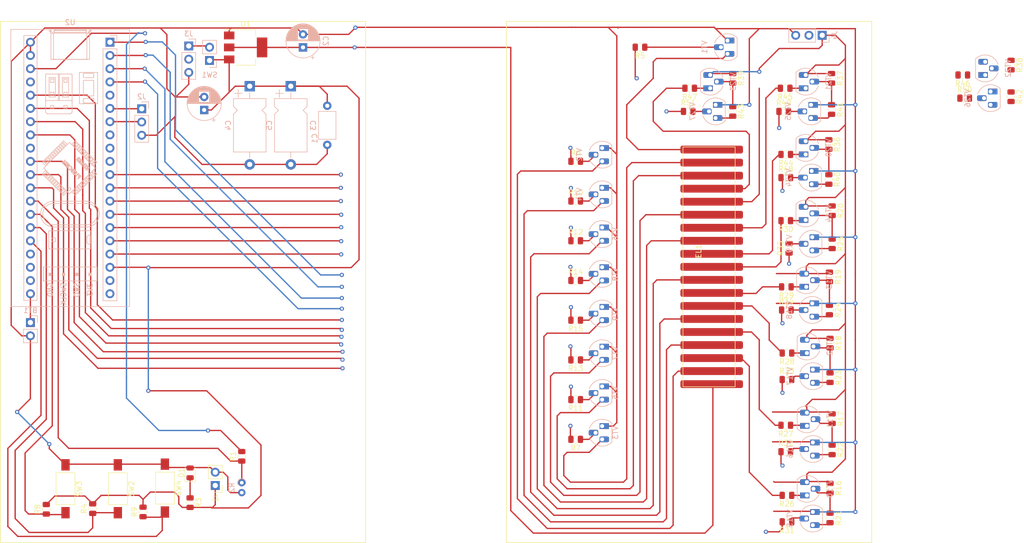
<source format=kicad_pcb>
(kicad_pcb (version 20211014) (generator pcbnew)
  (layers (0 "F.Cu" signal) (31 "B.Cu" signal) (34 "B.Paste" user) (35 "F.Paste" user) (36 "B.SilkS" user "B.Silkscreen") (37 "F.SilkS" user "F.Silkscreen") (38 "B.Mask" user) (39 "F.Mask" user) (44 "Edge.Cuts" user))
  (net 0 "")
  (net 1 "+BATT")
  (net 2 "GND")
  (net 3 "+5V")
  (net 4 "+2V5")
  (net 5 "/BTN2")
  (net 6 "/BTN3")
  (net 7 "/BTN1")
  (net 8 "Net-(D1-Pad1)")
  (net 9 "Net-(EL1-Pad2)")
  (net 10 "/A1")
  (net 11 "/A2")
  (net 12 "/A3")
  (net 13 "/A4")
  (net 14 "/A5")
  (net 15 "/A6")
  (net 16 "/A7")
  (net 17 "/A8")
  (net 18 "/A9")
  (net 19 "Net-(EL1-Pad12)")
  (net 20 "Net-(EL1-Pad13)")
  (net 21 "Net-(EL1-Pad14)")
  (net 22 "Net-(EL1-Pad15)")
  (net 23 "Net-(EL1-Pad16)")
  (net 24 "Net-(EL1-Pad17)")
  (net 25 "Net-(EL1-Pad18)")
  (net 26 "Net-(EL1-Pad19)")
  (net 27 "/TX1")
  (net 28 "/RX1")
  (net 29 "+5VA")
  (net 30 "/ADC_IN")
  (net 31 "+3V3")
  (net 32 "Net-(R5-Pad1)")
  (net 33 "/N")
  (net 34 "/K1")
  (net 35 "Net-(R6-Pad2)")
  (net 36 "Net-(R7-Pad1)")
  (net 37 "/K8")
  (net 38 "/K2")
  (net 39 "Net-(R10-Pad2)")
  (net 40 "Net-(R11-Pad1)")
  (net 41 "/K7")
  (net 42 "/K3")
  (net 43 "Net-(R12-Pad2)")
  (net 44 "Net-(R13-Pad1)")
  (net 45 "/K6")
  (net 46 "/K4")
  (net 47 "Net-(R14-Pad2)")
  (net 48 "Net-(R15-Pad1)")
  (net 49 "/K5")
  (net 50 "+24V")
  (net 51 "Net-(R16-Pad2)")
  (net 52 "Net-(R17-Pad2)")
  (net 53 "Net-(R18-Pad2)")
  (net 54 "Net-(R19-Pad2)")
  (net 55 "Net-(R20-Pad2)")
  (net 56 "Net-(R21-Pad2)")
  (net 57 "Net-(R22-Pad2)")
  (net 58 "Net-(R23-Pad2)")
  (net 59 "Net-(R24-Pad2)")
  (net 60 "Net-(R25-Pad2)")
  (net 61 "Net-(R26-Pad1)")
  (net 62 "Net-(R27-Pad1)")
  (net 64 "Net-(R29-Pad1)")
  (net 65 "Net-(R30-Pad1)")
  (net 66 "Net-(R31-Pad1)")
  (net 67 "Net-(R32-Pad2)")
  (net 68 "Net-(R33-Pad2)")
  (net 69 "Net-(R34-Pad2)")
  (net 70 "Net-(R35-Pad2)")
  (net 71 "Net-(R36-Pad2)")
  (net 72 "Net-(R37-Pad2)")
  (net 73 "Net-(R38-Pad2)")
  (net 74 "Net-(R39-Pad2)")
  (net 75 "Net-(R40-Pad2)")
  (net 76 "Net-(R41-Pad2)")
  (net 77 "Net-(R42-Pad2)")
  (net 78 "Net-(R43-Pad2)")
  (net 79 "Net-(R44-Pad1)")
  (net 80 "Net-(R45-Pad1)")
  (net 81 "Net-(R46-Pad1)")
  (net 82 "Net-(R47-Pad1)")
  (net 83 "Net-(R48-Pad2)")
  (net 84 "Net-(R49-Pad2)")
  (net 85 "Net-(R50-Pad2)")
  (net 86 "Net-(R51-Pad2)")
  (net 89 "/AU3")
  (net 90 "/AU4")
  (net 91 "/AU5")
  (net 92 "/AU6")
  (net 93 "/AU7")
  (net 94 "/AU8")
  (net 95 "/AU9")
  (net 101 "/AU1")
  (net 102 "/AU2")
  (net 104 "Net-(R28-Pad1)")
  (footprint "Resistor_SMD:R_0805_2012Metric" (layer "F.Cu") (at 185.305 34.925 -90)
    (fp_text reference "R37")
    (fp_text value "4.7k")
  )
  (footprint "Resistor_SMD:R_0805_2012Metric" (layer "F.Cu") (at 219.71 32.385 -90)
    (fp_text reference "R38")
    (fp_text value "4.7k")
  )
  (footprint "Resistor_SMD:R_0805_2012Metric" (layer "F.Cu") (at 185.42 66.675 -90)
    (fp_text reference "R25")
    (fp_text value "47k")
  )
  (footprint "Resistor_SMD:R_0805_2012Metric" (layer "F.Cu") (at 176.53 53.975)
    (fp_text reference "R48")
    (fp_text value "4.7k")
  )
  (footprint "Resistor_SMD:R_0805_2012Metric" (layer "F.Cu") (at 185.015 92.3525 -90)
    (fp_text reference "R23")
    (fp_text value "47k")
  )
  (footprint "Button_Switch_SMD:SW_SPST_FSMSM" (layer "F.Cu") (at 48.514 113.665 -90)
    (fp_text reference "SW2")
    (fp_text value "SW_DIP_x01")
  )
  (footprint "Resistor_SMD:R_0805_2012Metric" (layer "F.Cu") (at 184.89 79.375 -90)
    (fp_text reference "R24")
    (fp_text value "47k")
  )
  (footprint "Resistor_SMD:R_0805_2012Metric" (layer "F.Cu") (at 176.415 36.83 180)
    (fp_text reference "R45")
    (fp_text value "510")
  )
  (footprint "Resistor_SMD:R_0805_2012Metric" (layer "F.Cu") (at 185.42 60.325 -90)
    (fp_text reference "R20")
    (fp_text value "4.7k")
  )
  (footprint "Resistor_SMD:R_0805_2012Metric" (layer "F.Cu") (at 53.34 118.11 90)
    (fp_text reference "R9")
    (fp_text value "10k")
  )
  (footprint "Resistor_SMD:R_0805_2012Metric" (layer "F.Cu") (at 166.37 34.925 -90)
    (fp_text reference "R39")
    (fp_text value "4.7k")
  )
  (footprint "Resistor_SMD:R_0805_2012Metric" (layer "F.Cu") (at 210.82 38.735)
    (fp_text reference "R50")
    (fp_text value "4.7k")
  )
  (footprint "Resistor_SMD:R_0805_2012Metric" (layer "F.Cu") (at 136.264067 88.947603 180)
    (fp_text reference "R13")
    (fp_text value "4.7k")
  )
  (footprint "Resistor_SMD:R_0805_2012Metric" (layer "F.Cu") (at 185.015 119.265 -90)
    (fp_text reference "R21")
    (fp_text value "47k")
  )
  (footprint "Resistor_SMD:R_0805_2012Metric" (layer "F.Cu") (at 210.4625 34.29 180)
    (fp_text reference "R46")
    (fp_text value "510")
  )
  (footprint "Resistor_SMD:R_0805_2012Metric" (layer "F.Cu") (at 185.41 106.2075 -90)
    (fp_text reference "R22")
    (fp_text value "47k")
  )
  (footprint "Resistor_SMD:R_0805_2012Metric" (layer "F.Cu") (at 176.76 120.005 180)
    (fp_text reference "R31")
    (fp_text value "4.7k")
  )
  (footprint "Resistor_SMD:R_0805_2012Metric" (layer "F.Cu") (at 136.264067 81.327603 180)
    (fp_text reference "R15")
    (fp_text value "4.7k")
  )
  (footprint "Resistor_SMD:R_0805_2012Metric" (layer "F.Cu") (at 176.645 79.375)
    (fp_text reference "R34")
    (fp_text value "4.7k")
  )
  (footprint "Resistor_SMD:R_0805_2012Metric" (layer "F.Cu") (at 176.76 114.935 180)
    (fp_text reference "R26")
    (fp_text value "510")
  )
  (footprint "Resistor_SMD:R_0805_2012Metric" (layer "F.Cu") (at 184.785 54.3325 -90)
    (fp_text reference "R40")
    (fp_text value "47k")
  )
  (footprint "Resistor_SMD:R_0805_2012Metric" (layer "F.Cu") (at 176.53 101.485 180)
    (fp_text reference "R27")
    (fp_text value "510")
  )
  (footprint "Resistor_SMD:R_0805_2012Metric" (layer "F.Cu") (at 176.645 74.93 180)
    (fp_text reference "R29")
    (fp_text value "510")
  )
  (footprint "Resistor_SMD:R_0805_2012Metric" (layer "F.Cu") (at 176.53 106.555)
    (fp_text reference "R32")
    (fp_text value "4.7k")
  )
  (footprint "Resistor_SMD:R_0805_2012Metric" (layer "F.Cu") (at 219.71 38.4575 -90)
    (fp_text reference "R42")
    (fp_text value "47k")
  )
  (footprint "Resistor_SMD:R_0805_2012Metric" (layer "F.Cu") (at 177.165 67.5225 90)
    (fp_text reference "R35")
    (fp_text value "4.7k")
  )
  (footprint "Resistor_SMD:R_0805_2012Metric" (layer "F.Cu") (at 136.264067 50.847603)
    (fp_text reference "R6")
    (fp_text value "4.7k")
  )
  (footprint "Resistor_SMD:R_0805_2012Metric" (layer "F.Cu") (at 148.59 28.956 180)
    (fp_text reference "R5")
    (fp_text value "1k")
  )
  (footprint "Resistor_SMD:R_0805_2012Metric" (layer "F.Cu") (at 72.263 107.442 90)
    (fp_text reference "R1")
    (fp_text value "10k")
  )
  (footprint "Resistor_SMD:R_0805_2012Metric" (layer "F.Cu") (at 166.37 41.275 -90)
    (fp_text reference "R43")
    (fp_text value "47k")
  )
  (footprint "Resistor_SMD:R_0805_2012Metric" (layer "F.Cu") (at 185.42 100.215 -90)
    (fp_text reference "R17")
    (fp_text value "4.7k")
  )
  (footprint "LED_SMD:LED_0805_2012Metric" (layer "F.Cu") (at 62.357 110.617 90)
    (fp_text reference "D1")
    (fp_text value "LED")
  )
  (footprint "Resistor_SMD:R_0805_2012Metric" (layer "F.Cu") (at 176.76 87.63 180)
    (fp_text reference "R28")
    (fp_text value "510")
  )
  (footprint "Resistor_SMD:R_0805_2012Metric" (layer "F.Cu") (at 136.264067 73.707603)
    (fp_text reference "R14")
    (fp_text value "4.7k")
  )
  (footprint "Package_TO_SOT_SMD:SOT-223-3_TabPin2" (layer "F.Cu") (at 73 29)
    (fp_text reference "U1")
    (fp_text value "AP1117-25")
  )
  (footprint "Resistor_SMD:R_0805_2012Metric" (layer "F.Cu") (at 176.53 49.53 180)
    (fp_text reference "R44")
    (fp_text value "510")
  )
  (footprint "Resistor_SMD:R_0805_2012Metric" (layer "F.Cu") (at 136.264067 96.567603 180)
    (fp_text reference "R11")
    (fp_text value "4.7k")
  )
  (footprint "Resistor_SMD:R_0805_2012Metric" (layer "F.Cu") (at 136.264067 58.467603)
    (fp_text reference "R10")
    (fp_text value "4.7k")
  )
  (footprint "ProjectLibrary:VauumIndicator_ILC_8-9" (layer "F.Cu") (at 163.83 71.098 90)
    (fp_text reference "EL1")
    (fp_text value "VacuumIndicator")
  )
  (footprint "Resistor_SMD:R_0805_2012Metric" (layer "F.Cu") (at 176.1375 41.275)
    (fp_text reference "R49")
    (fp_text value "4.7k")
  )
  (footprint "Resistor_SMD:R_0805_2012Metric" (layer "F.Cu") (at 184.785 47.625 -90)
    (fp_text reference "R36")
    (fp_text value "4.7k")
  )
  (footprint "Connector_PinHeader_2.54mm:PinHeader_1x02_P2.54mm_Vertical" (layer "F.Cu") (at 67.183 113.035 180)
    (fp_text reference "J1")
    (fp_text value "Conn_01x02_Male")
  )
  (footprint "Resistor_SMD:R_0805_2012Metric" (layer "F.Cu") (at 136.264067 66.087603)
    (fp_text reference "R12")
    (fp_text value "4.7k")
  )
  (footprint "Resistor_SMD:R_0805_2012Metric" (layer "F.Cu") (at 157.8375 41.275)
    (fp_text reference "R51")
    (fp_text value "4.7k")
  )
  (footprint "Resistor_SMD:R_0805_2012Metric" (layer "F.Cu") (at 34.798 117.602 90)
    (fp_text reference "R8")
    (fp_text value "10k")
  )
  (footprint "Resistor_SMD:R_0805_2012Metric" (layer "F.Cu") (at 176.53 62.23 180)
    (fp_text reference "R30")
    (fp_text value "510")
  )
  (footprint "Resistor_SMD:R_0805_2012Metric" (layer "F.Cu") (at 185.015 113.55 -90)
    (fp_text reference "R16")
    (fp_text value "4.7k")
  )
  (footprint "Resistor_SMD:R_0805_2012Metric" (layer "F.Cu") (at 136.264067 104.187603 180)
    (fp_text reference "R7")
    (fp_text value "4.7k")
  )
  (footprint "Resistor_SMD:R_0805_2012Metric" (layer "F.Cu") (at 185.015 85.725 -90)
    (fp_text reference "R18")
    (fp_text value "4.7k")
  )
  (footprint "Resistor_SMD:R_0805_2012Metric" (layer "F.Cu") (at 176.76 92.71)
    (fp_text reference "R33")
    (fp_text value "4.7k")
  )
  (footprint "Resistor_SMD:R_0805_2012Metric" (layer "F.Cu") (at 62.357 116.332 -90)
    (fp_text reference "R3")
    (fp_text value "4.7k")
  )
  (footprint "Button_Switch_SMD:SW_SPST_FSMSM" (layer "F.Cu") (at 38.481 113.665 -90)
    (fp_text reference "SW3")
    (fp_text value "SW_DIP_x01")
  )
  (footprint "Button_Switch_SMD:SW_SPST_FSMSM" (layer "F.Cu") (at 57.531 113.538 -90)
    (fp_text reference "SW4")
    (fp_text value "SW_DIP_x01")
  )
  (footprint "Resistor_SMD:R_0805_2012Metric" (layer "F.Cu") (at 158.115 36.83 180)
    (fp_text reference "R47")
    (fp_text value "510")
  )
  (footprint "Resistor_SMD:R_0805_2012Metric" (layer "F.Cu") (at 185.305 40.9175 -90)
    (fp_text reference "R41")
    (fp_text value "47k")
  )
  (footprint "Resistor_SMD:R_0805_2012Metric" (layer "F.Cu") (at 43.688 117.475 90)
    (fp_text reference "R4")
    (fp_text value "10k")
  )
  (footprint "Resistor_SMD:R_0805_2012Metric" (layer "F.Cu") (at 184.9 73.025 -90)
    (fp_text reference "R19")
    (fp_text value "4.7k")
  )
  (footprint "Package_TO_SOT_THT:TO-92_HandSolder" (layer "B.Cu") (at 163.08 40.005 -90)
    (fp_text reference "VT27")
    (fp_text value "KT3102AM")
  )
  (footprint "Resistor_THT:R_Axial_DIN0204_L3.6mm_D1.6mm_P1.90mm_Vertical" (layer "B.Cu") (at 72.263 112.506 -90)
    (fp_text reference "R2")
    (fp_text value "R_Photo")
  )
  (footprint "Package_TO_SOT_THT:TO-92_HandSolder" (layer "B.Cu") (at 180.57 114.935 90)
    (fp_text reference "VT10")
    (fp_text value "КТ209М")
  )
  (footprint "Package_TO_SOT_THT:TO-92_HandSolder" (layer "B.Cu") (at 141.344067 94.027603 -90)
    (fp_text reference "VT5")
    (fp_text value "KT3102AM")
  )
  (footprint "Package_TO_SOT_THT:TO-92_HandSolder" (layer "B.Cu") (at 180.34 36.83 90)
    (fp_text reference "VT21")
    (fp_text value "КТ209М")
  )
  (footprint "Package_TO_SOT_THT:TO-92_HandSolder" (layer "B.Cu") (at 181.61 78.105 -90)
    (fp_text reference "VT18")
    (fp_text value "KT3102AM")
  )
  (footprint "Package_TO_SOT_THT:TO-92_HandSolder" (layer "B.Cu") (at 141.344067 86.407603 -90)
    (fp_text reference "VT7")
    (fp_text value "KT3102AM")
  )
  (footprint "Capacitor_THT:CP_Radial_D6.3mm_P2.50mm" (layer "B.Cu") (at 84 29 90)
    (fp_text reference "C2")
    (fp_text value "22uF")
  )
  (footprint "ProjectLibrary:YAAJ_BluePill_1" (layer "B.Cu") (at 47 28 180)
    (fp_text reference "U2")
    (fp_text value "YAAJ_BluePill" hide)
  )
  (footprint "Package_TO_SOT_THT:TO-92_HandSolder" (layer "B.Cu") (at 180.57 87.63 90)
    (fp_text reference "VT12")
    (fp_text value "КТ209М")
  )
  (footprint "Package_TO_SOT_THT:TO-92_HandSolder" (layer "B.Cu") (at 165.366 27.686 -90)
    (fp_text reference "VT1")
    (fp_text value "KT3102AM")
  )
  (footprint "Package_TO_SOT_THT:TO-92_HandSolder" (layer "B.Cu") (at 141.344067 78.787603 -90)
    (fp_text reference "VT9")
    (fp_text value "KT3102AM")
  )
  (footprint "Package_TO_SOT_THT:TO-92_HandSolder" (layer "B.Cu") (at 141.344067 48.307603 -90)
    (fp_text reference "VT2")
    (fp_text value "KT3102AM")
  )
  (footprint "Package_TO_SOT_THT:TO-92_HandSolder" (layer "B.Cu") (at 215.785 37.465 -90)
    (fp_text reference "VT26")
    (fp_text value "KT3102AM")
  )
  (footprint "Connector_PinSocket_2.54mm:PinSocket_1x02_P2.54mm_Vertical" (layer "B.Cu") (at 66.09 31.503)
    (fp_text reference "SW1")
    (fp_text value "SW_DIP_x01")
  )
  (footprint "Capacitor_THT:CP_Axial_L10.0mm_D6.0mm_P15.00mm_Horizontal" (layer "B.Cu") (at 73.787 36.442 -90)
    (fp_text reference "C4")
    (fp_text value "100n")
  )
  (footprint "Package_TO_SOT_THT:TO-92_HandSolder" (layer "B.Cu") (at 181.725 104.775 -90)
    (fp_text reference "VT16")
    (fp_text value "KT3102AM")
  )
  (footprint "Package_TO_SOT_THT:TO-92_HandSolder" (layer "B.Cu") (at 181.495 52.705 -90)
    (fp_text reference "VT24")
    (fp_text value "KT3102AM")
  )
  (footprint "Package_TO_SOT_THT:TO-92_HandSolder" (layer "B.Cu") (at 181.38 40.005 -90)
    (fp_text reference "VT25")
    (fp_text value "KT3102AM")
  )
  (footprint "Package_TO_SOT_THT:TO-92_HandSolder" (layer "B.Cu") (at 180.34 49.53 90)
    (fp_text reference "VT20")
    (fp_text value "КТ209М")
  )
  (footprint "Package_TO_SOT_THT:TO-92_HandSolder" (layer "B.Cu") (at 141.344067 101.647603 -90)
    (fp_text reference "VT3")
    (fp_text value "KT3102AM")
  )
  (footprint "Package_TO_SOT_THT:TO-92_HandSolder" (layer "B.Cu") (at 141.344067 55.927603 -90)
    (fp_text reference "VT4")
    (fp_text value "KT3102AM")
  )
  (footprint "Package_TO_SOT_THT:TO-92_HandSolder" (layer "B.Cu") (at 181.725 90.805 -90)
    (fp_text reference "VT17")
    (fp_text value "KT3102AM")
  )
  (footprint "Package_TO_SOT_THT:TO-92_HandSolder" (layer "B.Cu") (at 141.344067 63.547603 -90)
    (fp_text reference "VT6")
    (fp_text value "KT3102AM")
  )
  (footprint "Capacitor_THT:CP_Radial_D6.3mm_P2.50mm" (layer "B.Cu") (at 65.0585 41 90)
    (fp_text reference "C1")
    (fp_text value "10uF")
  )
  (footprint "Package_TO_SOT_THT:TO-92_HandSolder" (layer "B.Cu") (at 180.455 74.93 90)
    (fp_text reference "VT13")
    (fp_text value "КТ209М")
  )
  (footprint "Package_TO_SOT_THT:TO-92_HandSolder" (layer "B.Cu") (at 180.34 62.115 90)
    (fp_text reference "VT14")
    (fp_text value "КТ209М")
  )
  (footprint "Connector_PinHeader_2.54mm:PinHeader_1x02_P2.54mm_Vertical" (layer "B.Cu") (at 31.75 81.783 180)
    (fp_text reference "BT1")
    (fp_text value "Battery_Cell")
  )
  (footprint "Package_TO_SOT_THT:TO-92_HandSolder" (layer "B.Cu") (at 214.745 34.29 90)
    (fp_text reference "VT22")
    (fp_text value "КТ209М")
  )
  (footprint "Capacitor_THT:C_Axial_L5.1mm_D3.1mm_P7.50mm_Horizontal" (layer "B.Cu") (at 88.646 40.192 -90)
    (fp_text reference "C3")
    (fp_text value "1n")
  )
  (footprint "Capacitor_THT:CP_Axial_L10.0mm_D6.0mm_P15.00mm_Horizontal" (layer "B.Cu") (at 81.661 36.442 -90)
    (fp_text reference "C5")
    (fp_text value "47uF")
  )
  (footprint "Connector_PinHeader_2.54mm:PinHeader_1x03_P2.54mm_Vertical" (layer "B.Cu") (at 62.103 28.717 180)
    (fp_text reference "J3")
    (fp_text value "Conn_01x03_Male")
  )
  (footprint "Package_TO_SOT_THT:TO-92_HandSolder" (layer "B.Cu") (at 162.04 36.83 90)
    (fp_text reference "VT23")
    (fp_text value "КТ209М")
  )
  (footprint "Connector_PinHeader_2.54mm:PinHeader_1x03_P2.54mm_Vertical" (layer "B.Cu") (at 53.086 40.767 180)
    (fp_text reference "J2")
    (fp_text value "Conn_01x03_Male")
  )
  (footprint "Connector_PinHeader_2.54mm:PinHeader_1x03_P2.54mm_Vertical" (layer "B.Cu") (at 183.515 26.67 90)
    (fp_text reference "J4")
    (fp_text value "Conn_01x03_Male")
  )
  (footprint "Package_TO_SOT_THT:TO-92_HandSolder" (layer "B.Cu") (at 180.57 101.6 90)
    (fp_text reference "VT11")
    (fp_text value "КТ209М")
  )
  (footprint "Package_TO_SOT_THT:TO-92_HandSolder" (layer "B.Cu") (at 141.344067 71.167603 -90)
    (fp_text reference "VT8")
    (fp_text value "KT3102AM")
  )
  (footprint "Package_TO_SOT_THT:TO-92_HandSolder" (layer "B.Cu") (at 181.61 65.405 -90)
    (fp_text reference "VT19")
    (fp_text value "KT3102AM")
  )
  (footprint "Package_TO_SOT_THT:TO-92_HandSolder" (layer "B.Cu") (at 181.725 118.11 -90)
    (fp_text reference "VT15")
    (fp_text value "KT3102AM")
  )
  (gr_rect (start 123 124) (end 193 24) (layer "F.SilkS") (width 0.15) (fill none))
  (gr_rect (start 26 124) (end 96 24) (layer "F.SilkS") (width 0.15) (fill none))
  (segment (start 31.75 76.27) (end 31.76 76.26) (width 0.25) (layer "F.Cu") (net 1))
  (segment (start 31.75 81.783) (end 31.75 76.27) (width 0.25) (layer "F.Cu") (net 1))
  (segment (start 189.865 90.805) (end 189.865 104.775) (width 0.25) (layer "F.Cu") (net 2))
  (segment (start 144.145 95.25) (end 144.145 87.63) (width 0.25) (layer "F.Cu") (net 2))
  (segment (start 70.083 114.406) (end 69.596 113.919) (width 0.25) (layer "F.Cu") (net 2))
  (segment (start 69.85 25.654) (end 69.85 26.7) (width 0.25) (layer "F.Cu") (net 2))
  (segment (start 128.905 25.146) (end 135.509 25.146) (width 0.25) (layer "F.Cu") (net 2))
  (segment (start 62.103 36.068) (end 62.103 33.797) (width 0.25) (layer "F.Cu") (net 2))
  (segment (start 177.165 25.4) (end 189.865 25.4) (width 0.25) (layer "F.Cu") (net 2))
  (segment (start 57.912 36.912) (end 57.912 26.538) (width 0.25) (layer "F.Cu") (net 2))
  (segment (start 59.436 46.228) (end 59.436 42.291) (width 0.25) (layer "F.Cu") (net 2))
  (segment (start 189.865 85.09) (end 189.865 90.805) (width 0.25) (layer "F.Cu") (net 2))
  (segment (start 144.145 80.01) (end 142.922603 78.787603) (width 0.25) (layer "F.Cu") (net 2))
  (segment (start 142.922603 48.307603) (end 141.344067 48.307603) (width 0.25) (layer "F.Cu") (net 2))
  (segment (start 144.145 57.15) (end 142.922603 55.927603) (width 0.25) (layer "F.Cu") (net 2))
  (segment (start 35.3695 105.9635) (end 38.481 109.075) (width 0.25) (layer "F.Cu") (net 2))
  (segment (start 178.435 26.67) (end 177.165 25.4) (width 0.25) (layer "F.Cu") (net 2))
  (segment (start 94.0435 25.2095) (end 94.107 25.146) (width 0.25) (layer "F.Cu") (net 2))
  (segment (start 86.607 51.442) (end 81.661 51.442) (width 0.25) (layer "F.Cu") (net 2))
  (segment (start 144.399 25.273) (end 144.272 25.146) (width 0.25) (layer "F.Cu") (net 2))
  (segment (start 165.366 27.686) (end 162.826 25.146) (width 0.25) (layer "F.Cu") (net 2))
  (segment (start 60.325 37.801) (end 60.37 37.801) (width 0.25) (layer "F.Cu") (net 2))
  (segment (start 73.787 51.442) (end 81.661 51.442) (width 0.25) (layer "F.Cu") (net 2))
  (segment (start 181.61 117.995) (end 174.22 117.995) (width 0.25) (layer "F.Cu") (net 2))
  (segment (start 84 26.5) (end 82.773 25.273) (width 0.25) (layer "F.Cu") (net 2))
  (segment (start 189.865 65.405) (end 189.865 72.39) (width 0.25) (layer "F.Cu") (net 2))
  (segment (start 59.563 42.164) (end 59.563 38.563) (width 0.25) (layer "F.Cu") (net 2))
  (segment (start 144.145 26.797) (end 142.494 25.146) (width 0.25) (layer "F.Cu") (net 2))
  (segment (start 59.436 42.291) (end 59.563 42.164) (width 0.25) (layer "F.Cu") (net 2))
  (segment (start 163.068 25.4) (end 162.814 25.146) (width 0.25) (layer "F.Cu") (net 2))
  (segment (start 70.231 25.273) (end 56.647 25.273) (width 0.25) (layer "F.Cu") (net 2))
  (segment (start 65.0585 38.5) (end 59.5 38.5) (width 0.25) (layer "F.Cu") (net 2))
  (segment (start 181.61 78.105) (end 174.74 78.105) (width 0.25) (layer "F.Cu") (net 2))
  (segment (start 143.462397 101.647603) (end 144.145 100.965) (width 0.25) (layer "F.Cu") (net 2))
  (segment (start 142.922603 55.927603) (end 141.344067 55.927603) (width 0.25) (layer "F.Cu") (net 2))
  (segment (start 144.145 87.63) (end 142.922603 86.407603) (width 0.25) (layer "F.Cu") (net 2))
  (segment (start 31.76 28) (end 34.487 25.273) (width 0.25) (layer "F.Cu") (net 2))
  (segment (start 84 26.5) (end 92.753 26.5) (width 0.25) (layer "F.Cu") (net 2))
  (segment (start 135.509 25.146) (end 136.271 25.146) (width 0.25) (layer "F.Cu") (net 2))
  (segment (start 62.357 109.6795) (end 62.2605 109.583) (width 0.25) (layer "F.Cu") (net 2))
  (segment (start 144.145 49.53) (end 142.922603 48.307603) (width 0.25) (layer "F.Cu") (net 2))
  (segment (start 181.61 104.66) (end 173.99 104.66) (width 0.25) (layer "F.Cu") (net 2))
  (segment (start 67.183 110.495) (end 66.289 109.601) (width 0.25) (layer "F.Cu") (net 2))
  (segment (start 142.922603 86.407603) (end 141.344067 86.407603) (width 0.25) (layer "F.Cu") (net 2))
  (segment (start 69.596 113.919) (end 69.596 111.379) (width 0.25) (layer "F.Cu") (net 2))
  (segment (start 92.753 26.5) (end 94.0435 25.2095) (width 0.25) (layer "F.Cu") (net 2))
  (segment (start 38.608 108.948) (end 38.481 109.075) (width 0.25) (layer "F.Cu") (net 2))
  (segment (start 88.646 49.403) (end 86.607 51.442) (width 0.25) (layer "F.Cu") (net 2))
  (segment (start 144.145 57.15) (end 144.145 49.53) (width 0.25) (layer "F.Cu") (net 2))
  (segment (start 62.4355 109.601) (end 62.357 109.6795) (width 0.25) (layer "F.Cu") (net 2))
  (segment (start 72.263 114.406) (end 70.083 114.406) (width 0.25) (layer "F.Cu") (net 2))
  (segment (start 142.922603 78.787603) (end 141.344067 78.787603) (width 0.25) (layer "F.Cu") (net 2))
  (segment (start 144.145 72.39) (end 142.922603 71.167603) (width 0.25) (layer "F.Cu") (net 2))
  (segment (start 31.75 84.323) (end 31.75 96.393) (width 0.25) (layer "F.Cu") (net 2))
  (segment (start 31.75 96.393) (end 29.21 98.933) (width 0.25) (layer "F.Cu") (net 2))
  (segment (start 169.545 31.115) (end 169.545 27.305) (width 0.25) (layer "F.Cu") (net 2))
  (segment (start 189.865 78.105) (end 189.865 85.09) (width 0.25) (layer "F.Cu") (net 2))
  (segment (start 144.145 80.01) (end 144.145 72.39) (width 0.25) (layer "F.Cu") (net 2))
  (segment (start 68.712 110.495) (end 67.183 110.495) (width 0.25) (layer "F.Cu") (net 2))
  (segment (start 60.37 37.801) (end 62.103 36.068) (width 0.25) (layer "F.Cu") (net 2))
  (segment (start 31.76 30.54) (end 31.76 28) (width 0.25) (layer "F.Cu") (net 2))
  (segment (start 189.865 72.39) (end 189.865 78.105) (width 0.25) (layer "F.Cu") (net 2))
  (segment (start 62.2605 109.583) (end 57.023 109.583) (width 0.25) (layer "F.Cu") (net 2))
  (segment (start 162.826 25.146) (end 162.814 25.146) (width 0.25) (layer "F.Cu") (net 2))
  (segment (start 141.344067 101.647603) (end 143.462397 101.647603) (width 0.25) (layer "F.Cu") (net 2))
  (segment (start 70.231 25.273) (end 69.85 25.654) (width 0.25) (layer "F.Cu") (net 2))
  (segment (start 150.876 25.146) (end 146.177 25.146) (width 0.25) (layer "F.Cu") (net 2))
  (segment (start 66.289 109.601) (end 62.4355 109.601) (width 0.25) (layer "F.Cu") (net 2))
  (segment (start 144.145 65.405) (end 144.145 57.15) (width 0.25) (layer "F.Cu") (net 2))
  (segment (start 169.545 27.305) (end 171.45 25.4) (width 0.25) (layer "F.Cu") (net 2))
  (segment (start 88.646 47.692) (end 88.646 49.403) (width 0.25) (layer "F.Cu") (net 2))
  (segment (start 64.65 51.442) (end 59.436 46.228) (width 0.25) (layer "F.Cu") (net 2))
  (segment (start 34.487 25.273) (end 56.647 25.273) (width 0.25) (layer "F.Cu") (net 2))
  (segment (start 144.145 100.965) (end 144.145 95.25) (width 0.25) (layer "F.Cu") (net 2))
  (segment (start 30.094 84.323) (end 28.067 82.296) (width 0.25) (layer "F.Cu") (net 2))
  (segment (start 142.287603 63.547603) (end 141.344067 63.547603) (width 0.25) (layer "F.Cu") (net 2))
  (segment (start 144.145 87.63) (end 144.145 80.01) (width 0.25) (layer "F.Cu") (net 2))
  (segment (start 144.145 49.53) (end 144.145 26.797) (width 0.25) (layer "F.Cu") (net 2))
  (segment (start 28.067 82.296) (end 28.067 31.693) (width 0.25) (layer "F.Cu") (net 2))
  (segment (start 57.912 26.538) (end 56.647 25.273) (width 0.25) (layer "F.Cu") (net 2))
  (segment (start 189.865 25.4) (end 189.865 40.005) (width 0.25) (layer "F.Cu") (net 2))
  (segment (start 144.145 65.405) (end 142.287603 63.547603) (width 0.25) (layer "F.Cu") (net 2))
  (segment (start 59.563 38.563) (end 59.5 38.5) (width 0.25) (layer "F.Cu") (net 2))
  (segment (start 144.145 95.25) (end 142.922603 94.027603) (width 0.25) (layer "F.Cu") (net 2))
  (segment (start 69.596 111.379) (end 68.712 110.495) (width 0.25) (layer "F.Cu") (net 2))
  (segment (start 162.814 25.146) (end 150.876 25.146) (width 0.25) (layer "F.Cu") (net 2))
  (segment (start 169.545 31.115) (end 169.545 40.005) (width 0.25) (layer "F.Cu") (net 2))
  (segment (start 31.75 84.323) (end 30.094 84.323) (width 0.25) (layer "F.Cu") (net 2))
  (segment (start 135.521 25.158) (end 135.509 25.146) (width 0.25) (layer "F.Cu") (net 2))
  (segment (start 177.165 25.4) (end 163.068 25.4) (width 0.25) (layer "F.Cu") (net 2))
  (segment (start 143.637 25.146) (end 144.272 25.146) (width 0.25) (layer "F.Cu") (net 2))
  (segment (start 82.773 25.273) (end 72.898 25.273) (width 0.25) (layer "F.Cu") (net 2))
  (segment (start 142.494 25.146) (end 143.637 25.146) (width 0.25) (layer "F.Cu") (net 2))
  (segment (start 53.086 45.847) (end 55.88 45.847) (width 0.25) (layer "F.Cu") (net 2))
  (segment (start 189.865 40.005) (end 189.865 52.705) (width 0.25) (layer "F.Cu") (net 2))
  (segment (start 57.531 108.948) (end 38.608 108.948) (width 0.25) (layer "F.Cu") (net 2))
  (segment (start 72.898 25.273) (end 70.231 25.273) (width 0.25) (layer "F.Cu") (net 2))
  (segment (start 59.563 38.563) (end 60.325 37.801) (width 0.25) (layer "F.Cu") (net 2))
  (segment (start 142.922603 94.027603) (end 141.344067 94.027603) (width 0.25) (layer "F.Cu") (net 2))
  (segment (start 189.865 104.775) (end 189.865 118.11) (width 0.25) (layer "F.Cu") (net 2))
  (segment (start 142.922603 71.167603) (end 141.344067 71.167603) (width 0.25) (layer "F.Cu") (net 2))
  (segment (start 146.177 25.146) (end 144.272 25.146) (width 0.25) (layer "F.Cu") (net 2))
  (segment (start 73.787 51.442) (end 64.65 51.442) (width 0.25) (layer "F.Cu") (net 2))
  (segment (start 28.067 31.693) (end 31.76 28) (width 0.25) (layer "F.Cu") (net 2))
  (segment (start 136.271 25.146) (end 142.494 25.146) (width 0.25) (layer "F.Cu") (net 2))
  (segment (start 59.5 38.5) (end 57.912 36.912) (width 0.25) (layer "F.Cu") (net 2))
  (segment (start 94.107 25.146) (end 128.905 25.146) (width 0.25) (layer "F.Cu") (net 2))
  (segment (start 55.88 45.847) (end 59.563 42.164) (width 0.25) (layer "F.Cu") (net 2))
  (segment (start 144.145 72.39) (end 144.145 65.405) (width 0.25) (layer "F.Cu") (net 2))
  (segment (start 35.3695 105.0925) (end 35.3695 105.9635) (width 0.25) (layer "F.Cu") (net 2))
  (segment (start 189.865 52.705) (end 189.865 65.405) (width 0.25) (layer "F.Cu") (net 2))
  (via (at 189.865 40.005) (size 0.8) (drill 0.4) (layers "F.Cu" "B.Cu") (net 2))
  (via (at 189.865 65.405) (size 0.8) (drill 0.4) (layers "F.Cu" "B.Cu") (net 2))
  (via (at 29.21 98.933) (size 0.8) (drill 0.4) (layers "F.Cu" "B.Cu") (net 2))
  (via (at 189.865 78.105) (size 0.8) (drill 0.4) (layers "F.Cu" "B.Cu") (net 2))
  (via (at 189.865 118.11) (size 0.8) (drill 0.4) (layers "F.Cu" "B.Cu") (net 2))
  (via (at 35.3695 105.0925) (size 0.8) (drill 0.4) (layers "F.Cu" "B.Cu") (net 2))
  (via (at 189.865 90.805) (size 0.8) (drill 0.4) (layers "F.Cu" "B.Cu") (net 2))
  (via (at 189.865 52.705) (size 0.8) (drill 0.4) (layers "F.Cu" "B.Cu") (net 2))
  (via (at 94.0435 25.2095) (size 0.8) (drill 0.4) (layers "F.Cu" "B.Cu") (net 2))
  (via (at 189.865 104.775) (size 0.8) (drill 0.4) (layers "F.Cu" "B.Cu") (net 2))
  (via (at 169.545 40.005) (size 0.8) (drill 0.4) (layers "F.Cu" "B.Cu") (net 2))
  (segment (start 169.545 40.005) (end 163.08 40.005) (width 0.25) (layer "B.Cu") (net 2))
  (segment (start 181.61 65.405) (end 189.865 65.405) (width 0.25) (layer "B.Cu") (net 2))
  (segment (start 29.21 98.933) (end 35.3695 105.0925) (width 0.25) (layer "B.Cu") (net 2))
  (segment (start 181.725 90.805) (end 189.865 90.805) (width 0.25) (layer "B.Cu") (net 2))
  (segment (start 35.3695 105.0925) (end 35.433 105.156) (width 0.25) (layer "B.Cu") (net 2))
  (segment (start 181.61 78.105) (end 189.865 78.105) (width 0.25) (layer "B.Cu") (net 2))
  (segment (start 181.725 104.775) (end 189.865 104.775) (width 0.25) (layer "B.Cu") (net 2))
  (segment (start 181.725 118.11) (end 189.865 118.11) (width 0.25) (layer "B.Cu") (net 2))
  (segment (start 181.495 52.705) (end 189.865 52.705) (width 0.25) (layer "B.Cu") (net 2))
  (segment (start 181.38 40.005) (end 189.865 40.005) (width 0.25) (layer "B.Cu") (net 2))
  (segment (start 52.578 114.935) (end 53.34 115.697) (width 0.25) (layer "F.Cu") (net 3))
  (segment (start 94.742 38.735) (end 92.449 36.442) (width 0.25) (layer "F.Cu") (net 3))
  (segment (start 54.356 71.247) (end 54.289 71.18) (width 0.25) (layer "F.Cu") (net 3))
  (segment (start 66.548 117.348) (end 73.533 117.348) (width 0.25) (layer "F.Cu") (net 3))
  (segment (start 42.1875 115.062) (end 43.688 116.5625) (width 0.25) (layer "F.Cu") (net 3))
  (segment (start 87.115 36.442) (end 88.646 37.973) (width 0.25) (layer "F.Cu") (net 3))
  (segment (start 62.357 117.2445) (end 66.4445 117.2445) (width 0.25) (layer "F.Cu") (net 3))
  (segment (start 81.661 36.442) (end 87.115 36.442) (width 0.25) (layer "F.Cu") (net 3))
  (segment (start 69.781 31.369) (end 69.85 31.3) (width 0.25) (layer "F.Cu") (net 3))
  (segment (start 69.85 37.592) (end 69.85 31.3) (width 0.25) (layer "F.Cu") (net 3))
  (segment (start 93.218 71.247) (end 94.742 69.723) (width 0.25) (layer "F.Cu") (net 3))
  (segment (start 65.532 31.369) (end 69.781 31.369) (width 0.25) (layer "F.Cu") (net 3))
  (segment (start 66.442 41) (end 69.85 37.592) (width 0.25) (layer "F.Cu") (net 3))
  (segment (start 66.548 117.348) (end 67.183 116.713) (width 0.25) (layer "F.Cu") (net 3))
  (segment (start 65.532 94.869) (end 54.356 94.869) (width 0.25) (layer "F.Cu") (net 3))
  (segment (start 75.946 105.283) (end 71.501 100.838) (width 0.25) (layer "F.Cu") (net 3))
  (segment (start 60.198 116.586) (end 60.8565 117.2445) (width 0.25) (layer "F.Cu") (net 3))
  (segment (start 60.8565 117.2445) (end 62.357 117.2445) (width 0.25) (layer "F.Cu") (net 3))
  (segment (start 54.289 71.18) (end 47 71.18) (width 0.25) (layer "F.Cu") (net 3))
  (segment (start 43.688 116.5625) (end 45.3155 114.935) (width 0.25) (layer "F.Cu") (net 3))
  (segment (start 34.798 116.6895) (end 36.4255 115.062) (width 0.25) (layer "F.Cu") (net 3))
  (segment (start 92.449 36.442) (end 81.661 36.442) (width 0.25) (layer "F.Cu") (net 3))
  (segment (start 73.533 117.348) (end 75.946 114.935) (width 0.25) (layer "F.Cu") (net 3))
  (segment (start 53.34 115.697) (end 54.737 114.3) (width 0.25) (layer "F.Cu") (net 3))
  (segment (start 45.3155 114.935) (end 52.578 114.935) (width 0.25) (layer "F.Cu") (net 3))
  (segment (start 54.356 71.247) (end 93.218 71.247) (width 0.25) (layer "F.Cu") (net 3))
  (segment (start 60.198 115.189) (end 60.198 116.586) (width 0.25) (layer "F.Cu") (net 3))
  (segment (start 88.646 37.973) (end 88.646 40.192) (width 0.25) (layer "F.Cu") (net 3))
  (segment (start 53.34 117.1975) (end 53.34 115.697) (width 0.25) (layer "F.Cu") (net 3))
  (segment (start 54.737 114.3) (end 59.309 114.3) (width 0.25) (layer "F.Cu") (net 3))
  (segment (start 73.787 36.442) (end 71 36.442) (width 0.25) (layer "F.Cu") (net 3))
  (segment (start 59.309 114.3) (end 60.198 115.189) (width 0.25) (layer "F.Cu") (net 3))
  (segment (start 81.661 36.442) (end 73.787 36.442) (width 0.25) (layer "F.Cu") (net 3))
  (segment (start 36.4255 115.062) (end 42.1875 115.062) (width 0.25) (layer "F.Cu") (net 3))
  (segment (start 65.0585 41) (end 66.442 41) (width 0.25) (layer "F.Cu") (net 3))
  (segment (start 75.946 114.935) (end 75.946 105.283) (width 0.25) (layer "F.Cu") (net 3))
  (segment (start 67.183 116.713) (end 67.183 113.035) (width 0.25) (layer "F.Cu") (net 3))
  (segment (start 71 36.442) (end 69.85 37.592) (width 0.25) (layer "F.Cu") (net 3))
  (segment (start 71.501 100.838) (end 65.532 94.869) (width 0.25) (layer "F.Cu") (net 3))
  (segment (start 66.4445 117.2445) (end 66.548 117.348) (width 0.25) (layer "F.Cu") (net 3))
  (segment (start 94.742 69.723) (end 94.742 38.735) (width 0.25) (layer "F.Cu") (net 3))
  (via (at 54.356 94.869) (size 0.8) (drill 0.4) (layers "F.Cu" "B.Cu") (net 3))
  (via (at 54.356 71.247) (size 0.8) (drill 0.4) (layers "F.Cu" "B.Cu") (net 3))
  (segment (start 54.356 94.869) (end 54.356 71.247) (width 0.25) (layer "B.Cu") (net 3))
  (segment (start 54.356 94.869) (end 54.61 94.869) (width 0.25) (layer "B.Cu") (net 3))
  (segment (start 162.56 120.65) (end 162.56 93.828) (width 0.25) (layer "F.Cu") (net 4))
  (segment (start 123.825 117.856) (end 128.143 122.174) (width 0.25) (layer "F.Cu") (net 4))
  (segment (start 162.56 93.828) (end 162.33 93.598) (width 0.25) (layer "F.Cu") (net 4))
  (segment (start 162.33 93.598) (end 158.139 93.598) (width 0.25) (layer "F.Cu") (net 4))
  (segment (start 76.15 29) (end 84 29) (width 0.25) (layer "F.Cu") (net 4))
  (segment (start 69.85 29) (end 76.15 29) (width 0.25) (layer "F.Cu") (net 4))
  (segment (start 128.143 122.174) (end 161.036 122.174) (width 0.25) (layer "F.Cu") (net 4))
  (segment (start 123.825 29) (end 123.825 117.856) (width 0.25) (layer "F.Cu") (net 4))
  (segment (start 161.036 122.174) (end 162.56 120.65) (width 0.25) (layer "F.Cu") (net 4))
  (segment (start 84 29) (end 93.897 29) (width 0.25) (layer "F.Cu") (net 4))
  (segment (start 93.897 29) (end 123.825 29) (width 0.25) (layer "F.Cu") (net 4))
  (via (at 93.897 29) (size 0.8) (drill 0.4) (layers "F.Cu" "B.Cu") (net 4))
  (segment (start 33.588 63.56) (end 34.798 64.77) (width 0.25) (layer "F.Cu") (net 5))
  (segment (start 34.798 100.33) (end 28.829 106.299) (width 0.25) (layer "F.Cu") (net 5))
  (segment (start 31.496 122.047) (end 42.799 122.047) (width 0.25) (layer "F.Cu") (net 5))
  (segment (start 28.829 119.38) (end 31.496 122.047) (width 0.25) (layer "F.Cu") (net 5))
  (segment (start 42.799 122.047) (end 43.688 121.158) (width 0.25) (layer "F.Cu") (net 5))
  (segment (start 31.76 63.56) (end 33.588 63.56) (width 0.25) (layer "F.Cu") (net 5))
  (segment (start 28.829 106.299) (end 28.829 119.38) (width 0.25) (layer "F.Cu") (net 5))
  (segment (start 43.8205 118.255) (end 48.514 118.255) (width 0.25) (layer "F.Cu") (net 5))
  (segment (start 43.688 118.3875) (end 43.8205 118.255) (width 0.25) (layer "F.Cu") (net 5))
  (segment (start 43.688 121.158) (end 43.688 118.3875) (width 0.25) (layer "F.Cu") (net 5))
  (segment (start 34.798 64.77) (end 34.798 100.33) (width 0.25) (layer "F.Cu") (net 5))
  (segment (start 30.734 117.856) (end 31.3925 118.5145) (width 0.25) (layer "F.Cu") (net 6))
  (segment (start 30.734 106.807) (end 30.734 117.856) (width 0.25) (layer "F.Cu") (net 6))
  (segment (start 38.481 118.255) (end 38.118 118.618) (width 0.25) (layer "F.Cu") (net 6))
  (segment (start 38.118 118.618) (end 34.9015 118.618) (width 0.25) (layer "F.Cu") (net 6))
  (segment (start 33.588 61.02) (end 35.941 63.373) (width 0.25) (layer "F.Cu") (net 6))
  (segment (start 34.9015 118.618) (end 34.798 118.5145) (width 0.25) (layer "F.Cu") (net 6))
  (segment (start 35.941 101.6) (end 30.734 106.807) (width 0.25) (layer "F.Cu") (net 6))
  (segment (start 31.3925 118.5145) (end 34.798 118.5145) (width 0.25) (layer "F.Cu") (net 6))
  (segment (start 31.76 61.02) (end 33.588 61.02) (width 0.25) (layer "F.Cu") (net 6))
  (segment (start 35.941 63.373) (end 35.941 101.6) (width 0.25) (layer "F.Cu") (net 6))
  (segment (start 29.337 122.809) (end 55.88 122.809) (width 0.25) (layer "F.Cu") (net 7))
  (segment (start 27.432 105.918) (end 27.432 120.904) (width 0.25) (layer "F.Cu") (net 7))
  (segment (start 57.023 121.666) (end 57.023 118.763) (width 0.25) (layer "F.Cu") (net 7))
  (segment (start 53.4435 119.126) (end 53.34 119.0225) (width 0.25) (layer "F.Cu") (net 7))
  (segment (start 31.76 66.1) (end 33.782 68.122) (width 0.25) (layer "F.Cu") (net 7))
  (segment (start 57.023 118.763) (end 56.66 119.126) (width 0.25) (layer "F.Cu") (net 7))
  (segment (start 55.88 122.809) (end 57.023 121.666) (width 0.25) (layer "F.Cu") (net 7))
  (segment (start 33.782 68.122) (end 33.782 99.568) (width 0.25) (layer "F.Cu") (net 7))
  (segment (start 56.66 119.126) (end 53.4435 119.126) (width 0.25) (layer "F.Cu") (net 7))
  (segment (start 33.782 99.568) (end 27.432 105.918) (width 0.25) (layer "F.Cu") (net 7))
  (segment (start 27.432 120.904) (end 29.337 122.809) (width 0.25) (layer "F.Cu") (net 7))
  (segment (start 62.357 115.4195) (end 62.357 111.5545) (width 0.25) (layer "F.Cu") (net 8))
  (segment (start 146.05 46.355) (end 146.05 40.005) (width 0.25) (layer "F.Cu") (net 9))
  (segment (start 151.13 34.925) (end 151.13 31.75) (width 0.25) (layer "F.Cu") (net 9))
  (segment (start 158.139 48.598) (end 163.111 48.598) (width 0.25) (layer "F.Cu") (net 9))
  (segment (start 151.765 31.115) (end 164.477 31.115) (width 0.25) (layer "F.Cu") (net 9))
  (segment (start 157.861 48.32) (end 158.139 48.598) (width 0.25) (layer "F.Cu") (net 9))
  (segment (start 146.05 40.005) (end 151.13 34.925) (width 0.25) (layer "F.Cu") (net 9))
  (segment (start 148.293 48.598) (end 146.05 46.355) (width 0.25) (layer "F.Cu") (net 9))
  (segment (start 162.33 48.598) (end 148.293 48.598) (width 0.25) (layer "F.Cu") (net 9))
  (segment (start 151.13 31.75) (end 151.765 31.115) (width 0.25) (layer "F.Cu") (net 9))
  (segment (start 164.477 31.115) (end 165.366 30.226) (width 0.25) (layer "F.Cu") (net 9))
  (segment (start 169.545 90.17) (end 167.973 88.598) (width 0.25) (layer "F.Cu") (net 10))
  (segment (start 169.545 110.49) (end 169.545 90.17) (width 0.25) (layer "F.Cu") (net 10))
  (segment (start 175.8475 114.935) (end 173.99 114.935) (width 0.25) (layer "F.Cu") (net 10))
  (segment (start 167.973 88.598) (end 162.33 88.598) (width 0.25) (layer "F.Cu") (net 10))
  (segment (start 173.99 114.935) (end 169.545 110.49) (width 0.25) (layer "F.Cu") (net 10))
  (segment (start 175.6175 101.485) (end 174.51 101.485) (width 0.25) (layer "F.Cu") (net 11))
  (segment (start 171.45 85.09) (end 169.958 83.598) (width 0.25) (layer "F.Cu") (net 11))
  (segment (start 174.51 101.485) (end 171.45 98.425) (width 0.25) (layer "F.Cu") (net 11))
  (segment (start 169.958 83.598) (end 162.33 83.598) (width 0.25) (layer "F.Cu") (net 11))
  (segment (start 171.45 98.425) (end 171.45 85.09) (width 0.25) (layer "F.Cu") (net 11))
  (segment (start 173.355 85.1375) (end 173.355 81.915) (width 0.25) (layer "F.Cu") (net 12))
  (segment (start 175.8475 87.63) (end 173.355 85.1375) (width 0.25) (layer "F.Cu") (net 12))
  (segment (start 173.355 81.915) (end 170.038 78.598) (width 0.25) (layer "F.Cu") (net 12))
  (segment (start 170.038 78.598) (end 162.33 78.598) (width 0.25) (layer "F.Cu") (net 12))
  (segment (start 162.432 76.2) (end 162.33 76.098) (width 0.25) (layer "F.Cu") (net 13))
  (segment (start 172.085 74.93) (end 170.815 76.2) (width 0.25) (layer "F.Cu") (net 13))
  (segment (start 170.815 76.2) (end 162.432 76.2) (width 0.25) (layer "F.Cu") (net 13))
  (segment (start 175.7325 74.93) (end 172.085 74.93) (width 0.25) (layer "F.Cu") (net 13))
  (segment (start 175.6175 70.1275) (end 174.647 71.098) (width 0.25) (layer "F.Cu") (net 14))
  (segment (start 174.647 71.098) (end 162.33 71.098) (width 0.25) (layer "F.Cu") (net 14))
  (segment (start 175.6175 62.23) (end 175.6175 70.1275) (width 0.25) (layer "F.Cu") (net 14))
  (segment (start 175.26 49.53) (end 173.99 50.8) (width 0.25) (layer "F.Cu") (net 15))
  (segment (start 173.99 67.945) (end 173.337 68.598) (width 0.25) (layer "F.Cu") (net 15))
  (segment (start 175.6175 49.53) (end 175.26 49.53) (width 0.25) (layer "F.Cu") (net 15))
  (segment (start 173.99 50.8) (end 173.99 67.945) (width 0.25) (layer "F.Cu") (net 15))
  (segment (start 173.337 68.598) (end 162.33 68.598) (width 0.25) (layer "F.Cu") (net 15))
  (segment (start 172.72 62.865) (end 172.72 38.735) (width 0.25) (layer "F.Cu") (net 16))
  (segment (start 162.33 63.598) (end 171.987 63.598) (width 0.25) (layer "F.Cu") (net 16))
  (segment (start 174.625 36.83) (end 175.5025 36.83) (width 0.25) (layer "F.Cu") (net 16))
  (segment (start 171.987 63.598) (end 172.72 62.865) (width 0.25) (layer "F.Cu") (net 16))
  (segment (start 172.72 38.735) (end 174.625 36.83) (width 0.25) (layer "F.Cu") (net 16))
  (segment (start 170.18 58.42) (end 171.45 57.15) (width 0.25) (layer "F.Cu") (net 17))
  (segment (start 162.33 58.598) (end 170.002 58.598) (width 0.25) (layer "F.Cu") (net 17))
  (segment (start 170.002 58.598) (end 170.18 58.42) (width 0.25) (layer "F.Cu") (net 17))
  (segment (start 171.45 57.15) (end 171.45 36.83) (width 0.25) (layer "F.Cu") (net 17))
  (segment (start 153.67 36.83) (end 157.2025 36.83) (width 0.25) (layer "F.Cu") (net 18))
  (segment (start 169.545 55.245) (end 169.545 45.72) (width 0.25) (layer "F.Cu") (net 18))
  (segment (start 168.91 45.085) (end 153.035 45.085) (width 0.25) (layer "F.Cu") (net 18))
  (segment (start 162.33 56.098) (end 168.692 56.098) (width 0.25) (layer "F.Cu") (net 18))
  (segment (start 169.545 45.72) (end 168.91 45.085) (width 0.25) (layer "F.Cu") (net 18))
  (segment (start 168.692 56.098) (end 169.545 55.245) (width 0.25) (layer "F.Cu") (net 18))
  (segment (start 151.13 39.37) (end 153.67 36.83) (width 0.25) (layer "F.Cu") (net 18))
  (segment (start 151.13 43.18) (end 151.13 39.37) (width 0.25) (layer "F.Cu") (net 18))
  (segment (start 153.035 45.085) (end 151.13 43.18) (width 0.25) (layer "F.Cu") (net 18))
  (segment (start 139.48667 52.705) (end 125.73 52.705) (width 0.25) (layer "F.Cu") (net 19))
  (segment (start 130.81 121.285) (end 154.305 121.285) (width 0.25) (layer "F.Cu") (net 19))
  (segment (start 125.73 52.705) (end 125.095 53.34) (width 0.25) (layer "F.Cu") (net 19))
  (segment (start 154.94 120.65) (end 154.94 92.075) (width 0.25) (layer "F.Cu") (net 19))
  (segment (start 141.344067 50.847603) (end 139.48667 52.705) (width 0.25) (layer "F.Cu") (net 19))
  (segment (start 154.305 121.285) (end 154.94 120.65) (width 0.25) (layer "F.Cu") (net 19))
  (segment (start 155.917 91.098) (end 158.139 91.098) (width 0.25) (layer "F.Cu") (net 19))
  (segment (start 154.94 92.075) (end 155.917 91.098) (width 0.25) (layer "F.Cu") (net 19))
  (segment (start 125.095 115.57) (end 130.81 121.285) (width 0.25) (layer "F.Cu") (net 19))
  (segment (start 125.095 53.34) (end 125.095 115.57) (width 0.25) (layer "F.Cu") (net 19))
  (segment (start 127 60.325) (end 126.365 60.96) (width 0.25) (layer "F.Cu") (net 20))
  (segment (start 126.365 60.96) (end 126.365 114.935) (width 0.25) (layer "F.Cu") (net 20))
  (segment (start 139.7 60.325) (end 127 60.325) (width 0.25) (layer "F.Cu") (net 20))
  (segment (start 126.365 114.935) (end 131.445 120.015) (width 0.25) (layer "F.Cu") (net 20))
  (segment (start 141.344067 58.680933) (end 139.7 60.325) (width 0.25) (layer "F.Cu") (net 20))
  (segment (start 154.567 86.098) (end 158.139 86.098) (width 0.25) (layer "F.Cu") (net 20))
  (segment (start 141.344067 58.467603) (end 141.344067 58.680933) (width 0.25) (layer "F.Cu") (net 20))
  (segment (start 131.445 120.015) (end 153.035 120.015) (width 0.25) (layer "F.Cu") (net 20))
  (segment (start 153.035 120.015) (end 153.67 119.38) (width 0.25) (layer "F.Cu") (net 20))
  (segment (start 153.67 86.995) (end 154.567 86.098) (width 0.25) (layer "F.Cu") (net 20))
  (segment (start 153.67 119.38) (end 153.67 86.995) (width 0.25) (layer "F.Cu") (net 20))
  (segment (start 141.344067 66.087603) (end 138.85167 68.58) (width 0.25) (layer "F.Cu") (net 21))
  (segment (start 128.27 68.58) (end 127.635 69.215) (width 0.25) (layer "F.Cu") (net 21))
  (segment (start 138.85167 68.58) (end 128.27 68.58) (width 0.25) (layer "F.Cu") (net 21))
  (segment (start 152.4 118.11) (end 152.4 81.915) (width 0.25) (layer "F.Cu") (net 21))
  (segment (start 127.635 69.215) (end 127.635 114.3) (width 0.25) (layer "F.Cu") (net 21))
  (segment (start 153.217 81.098) (end 158.139 81.098) (width 0.25) (layer "F.Cu") (net 21))
  (segment (start 132.08 118.745) (end 151.765 118.745) (width 0.25) (layer "F.Cu") (net 21))
  (segment (start 151.765 118.745) (end 152.4 118.11) (width 0.25) (layer "F.Cu") (net 21))
  (segment (start 152.4 81.915) (end 153.217 81.098) (width 0.25) (layer "F.Cu") (net 21))
  (segment (start 127.635 114.3) (end 132.08 118.745) (width 0.25) (layer "F.Cu") (net 21))
  (segment (start 141.344067 73.707603) (end 138.85167 76.2) (width 0.25) (layer "F.Cu") (net 22))
  (segment (start 128.905 113.665) (end 132.715 117.475) (width 0.25) (layer "F.Cu") (net 22))
  (segment (start 138.85167 76.2) (end 129.54 76.2) (width 0.25) (layer "F.Cu") (net 22))
  (segment (start 129.54 76.2) (end 128.905 76.835) (width 0.25) (layer "F.Cu") (net 22))
  (segment (start 151.13 116.84) (end 151.13 74.295) (width 0.25) (layer "F.Cu") (net 22))
  (segment (start 150.495 117.475) (end 151.13 116.84) (width 0.25) (layer "F.Cu") (net 22))
  (segment (start 128.905 76.835) (end 128.905 113.665) (width 0.25) (layer "F.Cu") (net 22))
  (segment (start 151.13 74.295) (end 151.827 73.598) (width 0.25) (layer "F.Cu") (net 22))
  (segment (start 151.827 73.598) (end 158.139 73.598) (width 0.25) (layer "F.Cu") (net 22))
  (segment (start 132.715 117.475) (end 150.495 117.475) (width 0.25) (layer "F.Cu") (net 22))
  (segment (start 133.35 116.205) (end 149.225 116.205) (width 0.25) (layer "F.Cu") (net 23))
  (segment (start 149.86 66.9925) (end 150.7545 66.098) (width 0.25) (layer "F.Cu") (net 23))
  (segment (start 149.86 115.57) (end 149.86 66.9925) (width 0.25) (layer "F.Cu") (net 23))
  (segment (start 130.175 84.455) (end 130.175 113.03) (width 0.25) (layer "F.Cu") (net 23))
  (segment (start 150.7545 66.098) (end 162.33 66.098) (width 0.25) (layer "F.Cu") (net 23))
  (segment (start 130.175 113.03) (end 133.35 116.205) (width 0.25) (layer "F.Cu") (net 23))
  (segment (start 138.85167 83.82) (end 130.81 83.82) (width 0.25) (layer "F.Cu") (net 23))
  (segment (start 130.81 83.82) (end 130.175 84.455) (width 0.25) (layer "F.Cu") (net 23))
  (segment (start 149.225 116.205) (end 149.86 115.57) (width 0.25) (layer "F.Cu") (net 23))
  (segment (start 141.344067 81.327603) (end 138.85167 83.82) (width 0.25) (layer "F.Cu") (net 23))
  (segment (start 147.955 114.935) (end 148.59 114.3) (width 0.25) (layer "F.Cu") (net 24))
  (segment (start 149.722 61.098) (end 162.33 61.098) (width 0.25) (layer "F.Cu") (net 24))
  (segment (start 133.985 114.935) (end 147.955 114.935) (width 0.25) (layer "F.Cu") (net 24))
  (segment (start 138.85167 91.44) (end 132.08 91.44) (width 0.25) (layer "F.Cu") (net 24))
  (segment (start 131.445 112.395) (end 133.985 114.935) (width 0.25) (layer "F.Cu") (net 24))
  (segment (start 131.445 92.075) (end 131.445 112.395) (width 0.25) (layer "F.Cu") (net 24))
  (segment (start 132.08 91.44) (end 131.445 92.075) (width 0.25) (layer "F.Cu") (net 24))
  (segment (start 141.344067 88.947603) (end 138.85167 91.44) (width 0.25) (layer "F.Cu") (net 24))
  (segment (start 148.59 62.23) (end 149.722 61.098) (width 0.25) (layer "F.Cu") (net 24))
  (segment (start 148.59 114.3) (end 148.59 62.23) (width 0.25) (layer "F.Cu") (net 24))
  (segment (start 132.715 111.76) (end 134.62 113.665) (width 0.25) (layer "F.Cu") (net 25))
  (segment (start 134.62 113.665) (end 146.685 113.665) (width 0.25) (layer "F.Cu") (net 25))
  (segment (start 148.332 53.598) (end 162.33 53.598) (width 0.25) (layer "F.Cu") (net 25))
  (segment (start 132.715 99.695) (end 132.715 111.76) (width 0.25) (layer "F.Cu") (net 25))
  (segment (start 141.344067 96.567603) (end 138.85167 99.06) (width 0.25) (layer "F.Cu") (net 25))
  (segment (start 147.32 113.03) (end 147.32 54.61) (width 0.25) (layer "F.Cu") (net 25))
  (segment (start 147.32 54.61) (end 148.332 53.598) (width 0.25) (layer "F.Cu") (net 25))
  (segment (start 138.85167 99.06) (end 133.35 99.06) (width 0.25) (layer "F.Cu") (net 25))
  (segment (start 133.35 99.06) (end 132.715 99.695) (width 0.25) (layer "F.Cu") (net 25))
  (segment (start 146.685 113.665) (end 147.32 113.03) (width 0.25) (layer "F.Cu") (net 25))
  (segment (start 157.774 53.963) (end 158.139 53.598) (width 0.25) (layer "F.Cu") (net 25))
  (segment (start 141.344067 104.187603) (end 138.85167 106.68) (width 0.25) (layer "F.Cu") (net 26))
  (segment (start 133.985 111.125) (end 135.255 112.395) (width 0.25) (layer "F.Cu") (net 26))
  (segment (start 135.255 112.395) (end 145.415 112.395) (width 0.25) (layer "F.Cu") (net 26))
  (segment (start 146.05 111.76) (end 146.05 52.07) (width 0.25) (layer "F.Cu") (net 26))
  (segment (start 147.022 51.098) (end 162.33 51.098) (width 0.25) (layer "F.Cu") (net 26))
  (segment (start 145.415 112.395) (end 146.05 111.76) (width 0.25) (layer "F.Cu") (net 26))
  (segment (start 146.05 52.07) (end 147.022 51.098) (width 0.25) (layer "F.Cu") (net 26))
  (segment (start 133.985 107.315) (end 133.985 111.125) (width 0.25) (layer "F.Cu") (net 26))
  (segment (start 138.85167 106.68) (end 134.62 106.68) (width 0.25) (layer "F.Cu") (net 26))
  (segment (start 134.62 106.68) (end 133.985 107.315) (width 0.25) (layer "F.Cu") (net 26))
  (segment (start 53.086 40.767) (end 47.067 40.767) (width 0.25) (layer "F.Cu") (net 27))
  (segment (start 47.067 40.767) (end 47 40.7) (width 0.25) (layer "F.Cu") (net 27))
  (segment (start 53.019 43.24) (end 53.086 43.307) (width 0.25) (layer "F.Cu") (net 28))
  (segment (start 47 43.24) (end 53.019 43.24) (width 0.25) (layer "F.Cu") (net 28))
  (segment (start 65.844 28.717) (end 66.09 28.963) (width 0.25) (layer "F.Cu") (net 29))
  (segment (start 62.103 28.717) (end 65.844 28.717) (width 0.25) (layer "F.Cu") (net 29))
  (segment (start 65.517 28.844) (end 65.532 28.829) (width 0.25) (layer "F.Cu") (net 29))
  (segment (start 70.1275 108.3545) (end 67.691 105.918) (width 0.25) (layer "F.Cu") (net 30))
  (segment (start 72.263 108.3545) (end 70.1275 108.3545) (width 0.25) (layer "F.Cu") (net 30))
  (segment (start 72.263 112.506) (end 72.263 108.3545) (width 0.25) (layer "F.Cu") (net 30))
  (segment (start 67.691 105.918) (end 39.116 105.918) (width 0.25) (layer "F.Cu") (net 30))
  (segment (start 37.084 103.886) (end 37.084 62.357) (width 0.25) (layer "F.Cu") (net 30))
  (segment (start 39.116 105.918) (end 37.084 103.886) (width 0.25) (layer "F.Cu") (net 30))
  (segment (start 37.084 62.357) (end 33.207 58.48) (width 0.25) (layer "F.Cu") (net 30))
  (segment (start 33.207 58.48) (end 31.76 58.48) (width 0.25) (layer "F.Cu") (net 30))
  (segment (start 53.721 26.289) (end 53.848 26.416) (width 0.25) (layer "F.Cu") (net 31))
  (segment (start 36.643 33.08) (end 43.434 26.289) (width 0.25) (layer "F.Cu") (net 31))
  (segment (start 31.76 33.08) (end 36.643 33.08) (width 0.25) (layer "F.Cu") (net 31))
  (segment (start 65.786 102.489) (end 68.2225 102.489) (width 0.25) (layer "F.Cu") (net 31))
  (segment (start 68.2225 102.489) (end 72.263 106.5295) (width 0.25) (layer "F.Cu") (net 31))
  (segment (start 43.434 26.289) (end 53.721 26.289) (width 0.25) (layer "F.Cu") (net 31))
  (via (at 65.786 102.489) (size 0.8) (drill 0.4) (layers "F.Cu" "B.Cu") (net 31))
  (via (at 53.721 26.289) (size 0.8) (drill 0.4) (layers "F.Cu" "B.Cu") (net 31))
  (segment (start 52.451 26.162) (end 50.165 28.448) (width 0.25) (layer "B.Cu") (net 31))
  (segment (start 50.165 96.266) (end 56.388 102.489) (width 0.25) (layer "B.Cu") (net 31))
  (segment (start 56.388 102.489) (end 65.786 102.489) (width 0.25) (layer "B.Cu") (net 31))
  (segment (start 53.721 26.289) (end 52.578 26.289) (width 0.25) (layer "B.Cu") (net 31))
  (segment (start 52.578 26.289) (end 52.451 26.162) (width 0.25) (layer "B.Cu") (net 31))
  (segment (start 50.165 28.448) (end 50.165 92.202) (width 0.25) (layer "B.Cu") (net 31))
  (segment (start 50.165 92.202) (end 50.165 96.266) (width 0.25) (layer "B.Cu") (net 31))
  (segment (start 149.5025 28.956) (end 164.096 28.956) (width 0.25) (layer "F.Cu") (net 32))
  (segment (start 147.6775 34.6475) (end 147.955 34.925) (width 0.25) (layer "F.Cu") (net 33))
  (segment (start 40.132 81.788) (end 40.132 61.341) (width 0.25) (layer "F.Cu") (net 33))
  (segment (start 37.779 50.86) (end 31.76 50.86) (width 0.25) (layer "F.Cu") (net 33))
  (segment (start 91.567 87.376) (end 45.72 87.376) (width 0.25) (layer "F.Cu") (net 33))
  (segment (start 38.862 60.071) (end 38.862 51.943) (width 0.25) (layer "F.Cu") (net 33))
  (segment (start 38.862 51.943) (end 37.779 50.86) (width 0.25) (layer "F.Cu") (net 33))
  (segment (start 147.6775 28.956) (end 147.6775 34.6475) (width 0.25) (layer "F.Cu") (net 33))
  (segment (start 40.132 61.341) (end 38.862 60.071) (width 0.25) (layer "F.Cu") (net 33))
  (segment (start 45.72 87.376) (end 40.132 81.788) (width 0.25) (layer "F.Cu") (net 33))
  (via (at 147.955 34.925) (size 0.8) (drill 0.4) (layers "F.Cu" "B.Cu") (net 33))
  (via (at 91.567 87.376) (size 0.8) (drill 0.4) (layers "F.Cu" "B.Cu") (net 33))
  (segment (start 40.7 40.7) (end 43.053 43.053) (width 0.25) (layer "F.Cu") (net 34))
  (segment (start 31.76 40.7) (end 40.7 40.7) (width 0.25) (layer "F.Cu") (net 34))
  (segment (start 46.99 82.677) (end 47.244 82.931) (width 0.25) (layer "F.Cu") (net 34))
  (segment (start 43.307 78.994) (end 46.99 82.677) (width 0.25) (layer "F.Cu") (net 34))
  (segment (start 49.403 82.931) (end 91.186 82.931) (width 0.25) (layer "F.Cu") (net 34))
  (segment (start 135.351567 50.847603) (end 135.351567 48.356567) (width 0.25) (layer "F.Cu") (net 34))
  (segment (start 43.307 60.071) (end 43.307 76.073) (width 0.25) (layer "F.Cu") (net 34))
  (segment (start 47.244 82.931) (end 49.149 82.931) (width 0.25) (layer "F.Cu") (net 34))
  (segment (start 43.307 76.073) (end 43.307 78.994) (width 0.25) (layer "F.Cu") (net 34))
  (segment (start 91.186 82.931) (end 91.44 83.185) (width 0.25) (layer "F.Cu") (net 34))
  (segment (start 49.149 82.931) (end 49.403 82.931) (width 0.25) (layer "F.Cu") (net 34))
  (segment (start 135.351567 48.356567) (end 135.255 48.26) (width 0.25) (layer "F.Cu") (net 34))
  (segment (start 43.053 43.053) (end 43.053 59.817) (width 0.25) (layer "F.Cu") (net 34))
  (segment (start 43.053 59.817) (end 43.307 60.071) (width 0.25) (layer "F.Cu") (net 34))
  (via (at 91.44 83.185) (size 0.8) (drill 0.4) (layers "F.Cu" "B.Cu") (net 34))
  (via (at 135.255 48.26) (size 0.8) (drill 0.4) (layers "F.Cu" "B.Cu") (net 34))
  (segment (start 138.804067 50.847603) (end 140.074067 49.577603) (width 0.25) (layer "F.Cu") (net 35))
  (segment (start 137.176567 50.847603) (end 138.804067 50.847603) (width 0.25) (layer "F.Cu") (net 35))
  (segment (start 137.176567 104.187603) (end 138.804067 104.187603) (width 0.25) (layer "F.Cu") (net 36))
  (segment (start 138.804067 104.187603) (end 140.074067 102.917603) (width 0.25) (layer "F.Cu") (net 36))
  (segment (start 36.195 56.261) (end 35.874 55.94) (width 0.25) (layer "F.Cu") (net 37))
  (segment (start 38.1 83.947) (end 38.1 61.722) (width 0.25) (layer "F.Cu") (net 37))
  (segment (start 44.704 90.551) (end 38.1 83.947) (width 0.25) (layer "F.Cu") (net 37))
  (segment (start 36.195 59.817) (end 36.195 56.261) (width 0.25) (layer "F.Cu") (net 37))
  (segment (start 135.255 104.091036) (end 135.255 101.6) (width 0.25) (layer "F.Cu") (net 37))
  (segment (start 135.351567 104.187603) (end 135.255 104.091036) (width 0.25) (layer "F.Cu") (net 37))
  (segment (start 91.567 90.551) (end 44.704 90.551) (width 0.25) (layer "F.Cu") (net 37))
  (segment (start 35.874 55.94) (end 31.76 55.94) (width 0.25) (layer "F.Cu") (net 37))
  (segment (start 38.1 61.722) (end 36.195 59.817) (width 0.25) (layer "F.Cu") (net 37))
  (via (at 91.567 90.551) (size 0.8) (drill 0.4) (layers "F.Cu" "B.Cu") (net 37))
  (via (at 135.255 101.6) (size 0.8) (drill 0.4) (layers "F.Cu" "B.Cu") (net 37))
  (segment (start 44.196 59.563) (end 44.196 39.751) (width 0.25) (layer "F.Cu") (net 38))
  (segment (start 44.577 59.944) (end 44.196 59.563) (width 0.25) (layer "F.Cu") (net 38))
  (segment (start 135.351567 58.467603) (end 135.351567 55.976567) (width 0.25) (layer "F.Cu") (net 38))
  (segment (start 47.498 81.28) (end 44.577 78.359) (width 0.25) (layer "F.Cu") (net 38))
  (segment (start 91.44 81.28) (end 47.498 81.28) (width 0.25) (layer "F.Cu") (net 38))
  (segment (start 44.577 78.359) (end 44.577 59.944) (width 0.25) (layer "F.Cu") (net 38))
  (segment (start 44.196 39.751) (end 42.605 38.16) (width 0.25) (layer "F.Cu") (net 38))
  (segment (start 42.605 38.16) (end 31.76 38.16) (width 0.25) (layer "F.Cu") (net 38))
  (via (at 91.44 81.28) (size 0.8) (drill 0.4) (layers "F.Cu" "B.Cu") (net 38))
  (via (at 135.351567 55.976567) (size 0.8) (drill 0.4) (layers "F.Cu" "B.Cu") (net 38))
  (segment (start 138.804067 58.467603) (end 140.074067 57.197603) (width 0.25) (layer "F.Cu") (net 39))
  (segment (start 137.176567 58.467603) (end 138.804067 58.467603) (width 0.25) (layer "F.Cu") (net 39))
  (segment (start 137.176567 96.567603) (end 138.804067 96.567603) (width 0.25) (layer "F.Cu") (net 40))
  (segment (start 138.804067 96.567603) (end 140.074067 95.297603) (width 0.25) (layer "F.Cu") (net 40))
  (segment (start 49.657 88.646) (end 91.313 88.646) (width 0.25) (layer "F.Cu") (net 41))
  (segment (start 44.577 88.646) (end 49.657 88.646) (width 0.25) (layer "F.Cu") (net 41))
  (segment (start 135.351567 96.567603) (end 135.351567 94.076567) (width 0.25) (layer "F.Cu") (net 41))
  (segment (start 91.313 88.646) (end 91.567 88.9) (width 0.25) (layer "F.Cu") (net 41))
  (segment (start 37.144 53.4) (end 37.592 53.848) (width 0.25) (layer "F.Cu") (net 41))
  (segment (start 39.116 83.185) (end 44.577 88.646) (width 0.25) (layer "F.Cu") (net 41))
  (segment (start 39.116 61.595) (end 39.116 76.835) (width 0.25) (layer "F.Cu") (net 41))
  (segment (start 31.76 53.4) (end 37.144 53.4) (width 0.25) (layer "F.Cu") (net 41))
  (segment (start 39.116 76.835) (end 39.116 83.185) (width 0.25) (layer "F.Cu") (net 41))
  (segment (start 37.592 60.071) (end 39.116 61.595) (width 0.25) (layer "F.Cu") (net 41))
  (segment (start 37.592 53.848) (end 37.592 60.071) (width 0.25) (layer "F.Cu") (net 41))
  (via (at 91.567 88.9) (size 0.8) (drill 0.4) (layers "F.Cu" "B.Cu") (net 41))
  (via (at 135.351567 94.076567) (size 0.8) (drill 0.4) (layers "F.Cu" "B.Cu") (net 41))
  (segment (start 47 28) (end 53.788 28) (width 0.25) (layer "F.Cu") (net 42))
  (segment (start 135.351567 66.087603) (end 135.351567 63.596567) (width 0.25) (layer "F.Cu") (net 42))
  (segment (start 53.788 28) (end 53.848 27.94) (width 0.25) (layer "F.Cu") (net 42))
  (via (at 135.351567 63.596567) (size 0.8) (drill 0.4) (layers "F.Cu" "B.Cu") (net 42))
  (via (at 91.44 72.644) (size 0.8) (drill 0.4) (layers "F.Cu" "B.Cu") (net 42))
  (via (at 53.848 27.94) (size 0.8) (drill 0.4) (layers "F.Cu" "B.Cu") (net 42))
  (segment (start 59.563 30.48) (end 57.023 27.94) (width 0.25) (layer "B.Cu") (net 42))
  (segment (start 59.563 44.831) (end 59.563 30.48) (width 0.25) (layer "B.Cu") (net 42))
  (segment (start 87.376 72.644) (end 59.563 44.831) (width 0.25) (layer "B.Cu") (net 42))
  (segment (start 91.44 72.644) (end 87.376 72.644) (width 0.25) (layer "B.Cu") (net 42))
  (segment (start 57.023 27.94) (end 53.848 27.94) (width 0.25) (layer "B.Cu") (net 42))
  (segment (start 138.804067 66.087603) (end 140.074067 64.817603) (width 0.25) (layer "F.Cu") (net 43))
  (segment (start 137.176567 66.087603) (end 138.804067 66.087603) (width 0.25) (layer "F.Cu") (net 43))
  (segment (start 137.176567 88.947603) (end 138.804067 88.947603) (width 0.25) (layer "F.Cu") (net 44))
  (segment (start 138.804067 88.947603) (end 140.074067 87.677603) (width 0.25) (layer "F.Cu") (net 44))
  (segment (start 47 35.62) (end 53.661 35.62) (width 0.25) (layer "F.Cu") (net 45))
  (segment (start 135.351567 86.456567) (end 135.255 86.36) (width 0.25) (layer "F.Cu") (net 45))
  (segment (start 135.351567 88.947603) (end 135.351567 86.456567) (width 0.25) (layer "F.Cu") (net 45))
  (segment (start 53.661 35.62) (end 53.721 35.56) (width 0.25) (layer "F.Cu") (net 45))
  (via (at 135.255 86.36) (size 0.8) (drill 0.4) (layers "F.Cu" "B.Cu") (net 45))
  (via (at 53.721 35.56) (size 0.8) (drill 0.4) (layers "F.Cu" "B.Cu") (net 45))
  (via (at 91.44 79.121) (size 0.8) (drill 0.4) (layers "F.Cu" "B.Cu") (net 45))
  (segment (start 56.134 37.973) (end 53.721 35.56) (width 0.25) (layer "B.Cu") (net 45))
  (segment (start 83.058 79.121) (end 56.134 52.197) (width 0.25) (layer "B.Cu") (net 45))
  (segment (start 91.44 79.121) (end 83.058 79.121) (width 0.25) (layer "B.Cu") (net 45))
  (segment (start 56.134 52.197) (end 56.134 37.973) (width 0.25) (layer "B.Cu") (net 45))
  (segment (start 135.351567 73.707603) (end 135.351567 71.216567) (width 0.25) (layer "F.Cu") (net 46))
  (segment (start 53.788 30.54) (end 53.848 30.48) (width 0.25) (layer "F.Cu") (net 46))
  (segment (start 47 30.54) (end 53.788 30.54) (width 0.25) (layer "F.Cu") (net 46))
  (segment (start 135.351567 71.216567) (end 135.255 71.12) (width 0.25) (layer "F.Cu") (net 46))
  (via (at 91.44 74.93) (size 0.8) (drill 0.4) (layers "F.Cu" "B.Cu") (net 46))
  (via (at 135.255 71.12) (size 0.8) (drill 0.4) (layers "F.Cu" "B.Cu") (net 46))
  (via (at 53.848 30.48) (size 0.8) (drill 0.4) (layers "F.Cu" "B.Cu") (net 46))
  (segment (start 91.44 74.93) (end 86.868 74.93) (width 0.25) (layer "B.Cu") (net 46))
  (segment (start 58.547 33.782) (end 55.245 30.48) (width 0.25) (layer "B.Cu") (net 46))
  (segment (start 86.868 74.93) (end 58.547 46.609) (width 0.25) (layer "B.Cu") (net 46))
  (segment (start 58.547 46.609) (end 58.547 33.782) (width 0.25) (layer "B.Cu") (net 46))
  (segment (start 55.245 30.48) (end 53.848 30.48) (width 0.25) (layer "B.Cu") (net 46))
  (segment (start 137.176567 73.707603) (end 138.804067 73.707603) (width 0.25) (layer "F.Cu") (net 47))
  (segment (start 138.804067 73.707603) (end 140.074067 72.437603) (width 0.25) (layer "F.Cu") (net 47))
  (segment (start 138.804067 81.327603) (end 140.074067 80.057603) (width 0.25) (layer "F.Cu") (net 48))
  (segment (start 137.176567 81.327603) (end 138.804067 81.327603) (width 0.25) (layer "F.Cu") (net 48))
  (segment (start 53.654 33.08) (end 53.6575 33.0835) (width 0.25) (layer "F.Cu") (net 49))
  (segment (start 53.6575 33.0835) (end 53.721 33.147) (width 0.25) (layer "F.Cu") (net 49))
  (segment (start 47 33.08) (end 53.654 33.08) (width 0.25) (layer "F.Cu") (net 49))
  (segment (start 135.351567 81.327603) (end 135.351567 78.836567) (width 0.25) (layer "F.Cu") (net 49))
  (via (at 91.44 77.089) (size 0.8) (drill 0.4) (layers "F.Cu" "B.Cu") (net 49))
  (via (at 135.351567 78.836567) (size 0.8) (drill 0.4) (layers "F.Cu" "B.Cu") (net 49))
  (via (at 53.6575 33.0835) (size 0.8) (drill 0.4) (layers "F.Cu" "B.Cu") (net 49))
  (segment (start 83.693 77.089) (end 57.531 50.927) (width 0.25) (layer "B.Cu") (net 49))
  (segment (start 91.44 77.089) (end 83.693 77.089) (width 0.25) (layer "B.Cu") (net 49))
  (segment (start 57.531 36.957) (end 53.6575 33.0835) (width 0.25) (layer "B.Cu") (net 49))
  (segment (start 57.531 50.927) (end 57.531 36.957) (width 0.25) (layer "B.Cu") (net 49))
  (segment (start 180.8475 84.8125) (end 185.015 84.8125) (width 0.25) (layer "F.Cu") (net 50))
  (segment (start 184.785 46.7125) (end 180.6175 46.7125) (width 0.25) (layer "F.Cu") (net 50))
  (segment (start 184.7375 112.6375) (end 184.38 112.28) (width 0.25) (layer "F.Cu") (net 50))
  (segment (start 187.96 94.615) (end 187.96 81.915) (width 0.25) (layer "F.Cu") (net 50))
  (segment (start 187.96 68.58) (end 186.055 70.485) (width 0.25) (layer "F.Cu") (net 50))
  (segment (start 186.055 96.52) (end 187.96 94.615) (width 0.25) (layer "F.Cu") (net 50))
  (segment (start 162.3175 34.0125) (end 166.37 34.0125) (width 0.25) (layer "F.Cu") (net 50))
  (segment (start 181.61 96.52) (end 186.055 96.52) (width 0.25) (layer "F.Cu") (net 50))
  (segment (start 180.57 98.945) (end 185.0625 98.945) (width 0.25) (layer "F.Cu") (net 50))
  (segment (start 181.61 83.185) (end 180.57 84.225) (width 0.25) (layer "F.Cu") (net 50))
  (segment (start 187.96 55.88) (end 187.96 68.58) (width 0.25) (layer "F.Cu") (net 50))
  (segment (start 180.57 98.945) (end 173.99 98.945) (width 0.25) (layer "F.Cu") (net 50))
  (segment (start 180.5025 59.4125) (end 185.42 59.4125) (width 0.25) (layer "F.Cu") (net 50))
  (segment (start 180.57 84.225) (end 180.57 85.09) (width 0.25) (layer "F.Cu") (net 50))
  (segment (start 187.96 55.88) (end 186.055 57.785) (width 0.25) (layer "F.Cu") (net 50))
  (segment (start 187.96 107.95) (end 185.42 110.49) (width 0.25) (layer "F.Cu") (net 50))
  (segment (start 186.055 70.485) (end 180.975 70.485) (width 0.25) (layer "F.Cu") (net 50))
  (segment (start 180.57 110.895) (end 180.57 112.395) (width 0.25) (layer "F.Cu") (net 50))
  (segment (start 187.96 31.115) (end 187.96 55.88) (width 0.25) (layer "F.Cu") (net 50))
  (segment (start 180.975 110.49) (end 180.57 110.895) (width 0.25) (layer "F.Cu") (net 50))
  (segment (start 186.69 32.385) (end 187.96 31.115) (width 0.25) (layer "F.Cu") (net 50))
  (segment (start 180.34 59.575) (end 180.5025 59.4125) (width 0.25) (layer "F.Cu") (net 50))
  (segment (start 180.34 46.99) (end 182.245 45.085) (width 0.25) (layer "F.Cu") (net 50))
  (segment (start 187.96 68.58) (end 187.96 81.915) (width 0.25) (layer "F.Cu") (net 50))
  (segment (start 180.57 85.09) (end 180.8475 84.8125) (width 0.25) (layer "F.Cu") (net 50))
  (segment (start 187.96 94.615) (end 187.96 107.95) (width 0.25) (layer "F.Cu") (net 50))
  (segment (start 184.9 72.1125) (end 184.6225 72.39) (width 0.25) (layer "F.Cu") (net 50))
  (segment (start 184.38 112.28) (end 180.685 112.28) (width 0.25) (layer "F.Cu") (net 50))
  (segment (start 180.57 99.06) (end 180.57 98.02) (width 0.25) (layer "F.Cu") (net 50))
  (segment (start 182.245 32.385) (end 186.69 32.385) (width 0.25) (layer "F.Cu") (net 50))
  (segment (start 180.6175 34.0125) (end 180.34 34.29) (width 0.25) (layer "F.Cu") (net 50))
  (segment (start 182.245 45.085) (end 186.055 45.085) (width 0.25) (layer "F.Cu") (net 50))
  (segment (start 180.685 112.28) (end 180.57 112.395) (width 0.25) (layer "F.Cu") (net 50))
  (segment (start 180.34 34.29) (end 182.245 32.385) (width 0.25) (layer "F.Cu") (net 50))
  (segment (start 180.34 97.79) (end 181.61 96.52) (width 0.25) (layer "F.Cu") (net 50))
  (segment (start 183.515 28.575) (end 183.515 26.67) (width 0.25) (layer "F.Cu") (net 50))
  (segment (start 187.96 28.575) (end 187.96 31.115) (width 0.25) (layer "F.Cu") (net 50))
  (segment (start 182.88 29.21) (end 183.515 28.575) (width 0.25) (layer "F.Cu") (net 50))
  (segment (start 175.26 29.21) (end 171.45 33.02) (width 0.25) (layer "F.Cu") (net 50))
  (segment (start 174.335 112.395) (end 174.22 112.28) (width 0.25) (layer "F.Cu") (net 50))
  (segment (start 185.305 34.0125) (end 180.6175 34.0125) (width 0.25) (layer "F.Cu") (net 50))
  (segment (start 186.055 45.085) (end 186.69 45.085) (width 0.25) (layer "F.Cu") (net 50))
  (segment (start 180.34 58.42) (end 180.34 59.575) (width 0.25) (layer "F.Cu") (net 50))
  (segment (start 185.015 112.6375) (end 184.7375 112.6375) (width 0.25) (layer "F.Cu") (net 50))
  (segment (start 185.42 110.49) (end 180.975 110.49) (width 0.25) (layer "F.Cu") (net 50))
  (segment (start 187.96 81.915) (end 186.69 83.185) (width 0.25) (layer "F.Cu") (net 50))
  (segment (start 186.69 45.085) (end 187.96 43.815) (width 0.25) (layer "F.Cu") (net 50))
  (segment (start 186.055 57.785) (end 180.975 57.785) (width 0.25) (layer "F.Cu") (net 50))
  (segment (start 180.455 71.005) (end 180.455 72.39) (width 0.25) (layer "F.Cu") (net 50))
  (segment (start 180.455 72.39) (end 174.74 72.39) (width 0.25) (layer "F.Cu") (net 50))
  (segment (start 186.69 83.185) (end 181.61 83.185) (width 0.25) (layer "F.Cu") (net 50))
  (segment (start 183.515 26.67) (end 186.055 26.67) (width 0.25) (layer "F.Cu") (net 50))
  (segment (start 180.6175 46.7125) (end 180.34 46.99) (width 0.25) (layer "F.Cu") (net 50))
  (segment (start 180.57 98.02) (end 180.34 97.79) (width 0.25) (layer "F.Cu") (net 50))
  (segment (start 180.57 112.395) (end 174.335 112.395) (width 0.25) (layer "F.Cu") (net 50))
  (segment (start 185.0625 98.945) (end 185.42 99.3025) (width 0.25) (layer "F.Cu") (net 50))
  (segment (start 180.975 57.785) (end 180.34 58.42) (width 0.25) (layer "F.Cu") (net 50))
  (segment (start 175.26 29.21) (end 182.88 29.21) (width 0.25) (layer "F.Cu") (net 50))
  (segment (start 180.975 70.485) (end 180.455 71.005) (width 0.25) (layer "F.Cu") (net 50))
  (segment (start 162.04 34.29) (end 162.3175 34.0125) (width 0.25) (layer "F.Cu") (net 50))
  (segment (start 171.45 33.02) (end 171.45 33.655) (width 0.25) (layer "F.Cu") (net 50))
  (segment (start 184.6225 72.39) (end 180.455 72.39) (width 0.25) (layer "F.Cu") (net 50))
  (segment (start 186.055 26.67) (end 187.96 28.575) (width 0.25) (layer "F.Cu") (net 50))
  (via (at 171.45 33.655) (size 0.8) (drill 0.4) (layers "F.Cu" "B.Cu") (net 50))
  (segment (start 171.45 33.655) (end 162.675 33.655) (width 0.25) (layer "B.Cu") (net 50))
  (segment (start 162.675 33.655) (end 162.04 34.29) (width 0.25) (layer "B.Cu") (net 50))
  (segment (start 181.955 113.55) (end 181.84 113.665) (width 0.25) (layer "F.Cu") (net 51))
  (segment (start 185.015 114.4625) (end 182.6375 114.4625) (width 0.25) (layer "F.Cu") (net 51))
  (segment (start 182.6375 114.4625) (end 181.84 113.665) (width 0.25) (layer "F.Cu") (net 51))
  (segment (start 185.015 118.3525) (end 185.015 114.4625) (width 0.25) (layer "F.Cu") (net 51))
  (segment (start 185.41 101.1375) (end 185.42 101.1275) (width 0.25) (layer "F.Cu") (net 52))
  (segment (start 182.245 100.215) (end 183.1575 101.1275) (width 0.25) (layer "F.Cu") (net 52))
  (segment (start 185.41 105.295) (end 185.41 101.1375) (width 0.25) (layer "F.Cu") (net 52))
  (segment (start 183.1575 101.1275) (end 185.42 101.1275) (width 0.25) (layer "F.Cu") (net 52))
  (segment (start 181.84 100.215) (end 182.245 100.215) (width 0.25) (layer "F.Cu") (net 52))
  (segment (start 182.1175 86.6375) (end 185.015 86.6375) (width 0.25) (layer "F.Cu") (net 53))
  (segment (start 185.015 86.6375) (end 185.015 91.44) (width 0.25) (layer "F.Cu") (net 53))
  (segment (start 181.84 86.36) (end 182.1175 86.6375) (width 0.25) (layer "F.Cu") (net 53))
  (segment (start 184.9 73.9375) (end 184.9 78.4525) (width 0.25) (layer "F.Cu") (net 54))
  (segment (start 181.725 73.66) (end 184.6225 73.66) (width 0.25) (layer "F.Cu") (net 54))
  (segment (start 184.6225 73.66) (end 184.9 73.9375) (width 0.25) (layer "F.Cu") (net 54))
  (segment (start 184.9 78.4525) (end 184.89 78.4625) (width 0.25) (layer "F.Cu") (net 54))
  (segment (start 182.0025 61.2375) (end 185.42 61.2375) (width 0.25) (layer "F.Cu") (net 55))
  (segment (start 181.61 60.845) (end 182.0025 61.2375) (width 0.25) (layer "F.Cu") (net 55))
  (segment (start 185.42 65.7625) (end 185.42 61.2375) (width 0.25) (layer "F.Cu") (net 55))
  (segment (start 184.6575 120.535) (end 185.015 120.1775) (width 0.25) (layer "F.Cu") (net 56))
  (segment (start 181.61 120.535) (end 184.6575 120.535) (width 0.25) (layer "F.Cu") (net 56))
  (segment (start 181.69 107.12) (end 181.61 107.2) (width 0.25) (layer "F.Cu") (net 57))
  (segment (start 185.41 107.12) (end 181.69 107.12) (width 0.25) (layer "F.Cu") (net 57))
  (segment (start 181.805 93.265) (end 181.725 93.345) (width 0.25) (layer "F.Cu") (net 58))
  (segment (start 185.015 93.265) (end 181.805 93.265) (width 0.25) (layer "F.Cu") (net 58))
  (segment (start 184.5325 80.645) (end 184.89 80.2875) (width 0.25) (layer "F.Cu") (net 59))
  (segment (start 181.61 80.645) (end 184.5325 80.645) (width 0.25) (layer "F.Cu") (net 59))
  (segment (start 185.42 67.5875) (end 181.9675 67.5875) (width 0.25) (layer "F.Cu") (net 60))
  (segment (start 181.9675 67.5875) (end 181.61 67.945) (width 0.25) (layer "F.Cu") (net 60))
  (segment (start 177.6725 114.935) (end 180.57 114.935) (width 0.25) (layer "F.Cu") (net 61))
  (segment (start 177.4425 101.485) (end 180.57 101.485) (width 0.25) (layer "F.Cu") (net 62))
  (segment (start 177.5575 74.93) (end 180.455 74.93) (width 0.25) (layer "F.Cu") (net 64))
  (segment (start 180.225 62.23) (end 180.34 62.115) (width 0.25) (layer "F.Cu") (net 65))
  (segment (start 177.4425 62.23) (end 180.225 62.23) (width 0.25) (layer "F.Cu") (net 65))
  (segment (start 177.6725 119.265) (end 180.34 119.265) (width 0.25) (layer "F.Cu") (net 66))
  (segment (start 180.34 105.93) (end 178.0675 105.93) (width 0.25) (layer "F.Cu") (net 67))
  (segment (start 178.0675 105.93) (end 177.4425 106.555) (width 0.25) (layer "F.Cu") (net 67))
  (segment (start 177.6725 92.71) (end 178.3075 92.075) (width 0.25) (layer "F.Cu") (net 68))
  (segment (start 178.3075 92.075) (end 180.455 92.075) (width 0.25) (layer "F.Cu") (net 68))
  (segment (start 177.5575 79.375) (end 180.34 79.375) (width 0.25) (layer "F.Cu") (net 69))
  (segment (start 177.4425 66.675) (end 180.34 66.675) (width 0.25) (layer "F.Cu") (net 70))
  (segment (start 184.785 53.42) (end 184.785 48.5375) (width 0.25) (layer "F.Cu") (net 71))
  (segment (start 181.8875 48.5375) (end 181.61 48.26) (width 0.25) (layer "F.Cu") (net 71))
  (segment (start 184.785 48.5375) (end 181.8875 48.5375) (width 0.25) (layer "F.Cu") (net 71))
  (segment (start 185.0275 35.56) (end 185.305 35.8375) (width 0.25) (layer "F.Cu") (net 72))
  (segment (start 185.305 35.8375) (end 185.305 40.005) (width 0.25) (layer "F.Cu") (net 72))
  (segment (start 181.61 35.56) (end 185.0275 35.56) (width 0.25) (layer "F.Cu") (net 72))
  (segment (start 166.0925 35.56) (end 166.37 35.8375) (width 0.25) (layer "F.Cu") (net 74))
  (segment (start 163.31 35.56) (end 166.0925 35.56) (width 0.25) (layer "F.Cu") (net 74))
  (segment (start 166.37 35.8375) (end 166.37 40.3625) (width 0.25) (layer "F.Cu") (net 74))
  (segment (start 184.785 55.245) (end 181.495 55.245) (width 0.25) (layer "F.Cu") (net 75))
  (segment (start 184.59 42.545) (end 185.305 41.83) (width 0.25) (layer "F.Cu") (net 76))
  (segment (start 181.38 42.545) (end 184.59 42.545) (width 0.25) (layer "F.Cu") (net 76))
  (segment (start 166.0125 42.545) (end 166.37 42.1875) (width 0.25) (layer "F.Cu") (net 78))
  (segment (start 163.08 42.545) (end 166.0125 42.545) (width 0.25) (layer "F.Cu") (net 78))
  (segment (start 177.4425 49.53) (end 180.34 49.53) (width 0.25) (layer "F.Cu") (net 79))
  (segment (start 177.3275 36.83) (end 180.34 36.83) (width 0.25) (layer "F.Cu") (net 80))
  (segment (start 159.0275 36.83) (end 162.04 36.83) (width 0.25) (layer "F.Cu") (net 82))
  (segment (start 177.4425 53.975) (end 180.225 53.975) (width 0.25) (layer "F.Cu") (net 83))
  (segment (start 177.05 41.275) (end 180.11 41.275) (width 0.25) (layer "F.Cu") (net 84))
  (segment (start 158.75 41.275) (end 161.81 41.275) (width 0.25) (layer "F.Cu") (net 86))
  (segment (start 175.8475 95.2025) (end 175.895 95.25) (width 0.25) (layer "F.Cu") (net 89))
  (segment (start 91.253 53.4) (end 47 53.4) (width 0.25) (layer "F.Cu") (net 89))
  (segment (start 175.8475 92.71) (end 175.8475 95.2025) (width 0.25) (layer "F.Cu") (net 89))
  (via (at 91.253 53.4) (size 0.8) (drill 0.4) (layers "F.Cu" "B.Cu") (net 89))
  (via (at 175.895 95.25) (size 0.8) (drill 0.4) (layers "F.Cu" "B.Cu") (net 89))
  (segment (start 47 55.94) (end 91.246 55.94) (width 0.25) (layer "F.Cu") (net 90))
  (segment (start 175.7325 79.375) (end 175.7325 81.7525) (width 0.25) (layer "F.Cu") (net 90))
  (segment (start 175.7325 81.7525) (end 175.895 81.915) (width 0.25) (layer "F.Cu") (net 90))
  (segment (start 91.246 55.94) (end 91.507 55.94) (width 0.25) (layer "F.Cu") (net 90))
  (segment (start 91.507 55.94) (end 91.567 55.88) (width 0.25) (layer "F.Cu") (net 90))
  (via (at 91.246 55.94) (size 0.8) (drill 0.4) (layers "F.Cu" "B.Cu") (net 90))
  (via (at 175.895 81.915) (size 0.8) (drill 0.4) (layers "F.Cu" "B.Cu") (net 90))
  (segment (start 177.165 70.485) (end 177.165 68.435) (width 0.25) (layer "F.Cu") (net 91))
  (segment (start 47 58.48) (end 91.253 58.48) (width 0.25) (layer "F.Cu") (net 91))
  (via (at 177.165 70.485) (size 0.8) (drill 0.4) (layers "F.Cu" "B.Cu") (net 91))
  (via (at 91.253 58.48) (size 0.8) (drill 0.4) (layers "F.Cu" "B.Cu") (net 91))
  (segment (start 91.246 61.02) (end 91.313 61.087) (width 0.25) (layer "F.Cu") (net 92))
  (segment (start 175.6175 53.975) (end 175.895 54.2525) (width 0.25) (layer "F.Cu") (net 92))
  (segment (start 47 61.02) (end 91.246 61.02) (width 0.25) (layer "F.Cu") (net 92))
  (segment (start 175.895 54.2525) (end 175.895 56.515) (width 0.25) (layer "F.Cu") (net 92))
  (via (at 175.895 56.515) (size 0.8) (drill 0.4) (layers "F.Cu" "B.Cu") (net 92))
  (via (at 91.313 61.087) (size 0.8) (drill 0.4) (layers "F.Cu" "B.Cu") (net 92))
  (segment (start 175.225 41.275) (end 175.225 44.415) (width 0.25) (layer "F.Cu") (net 93))
  (segment (start 91.253 63.56) (end 91.313 63.5) (width 0.25) (layer "F.Cu") (net 93))
  (segment (start 47 63.56) (end 91.253 63.56) (width 0.25) (layer "F.Cu") (net 93))
  (segment (start 175.225 44.415) (end 175.26 44.45) (width 0.25) (layer "F.Cu") (net 93))
  (via (at 175.26 44.45) (size 0.8) (drill 0.4) (layers "F.Cu" "B.Cu") (net 93))
  (via (at 91.313 63.5) (size 0.8) (drill 0.4) (layers "F.Cu" "B.Cu") (net 93))
  (segment (start 91.246 66.1) (end 91.313 66.167) (width 0.25) (layer "F.Cu") (net 94))
  (segment (start 47 66.1) (end 91.246 66.1) (width 0.25) (layer "F.Cu") (net 94))
  (via (at 91.313 66.167) (size 0.8) (drill 0.4) (layers "F.Cu" "B.Cu") (net 94))
  (segment (start 91.246 68.64) (end 91.313 68.707) (width 0.25) (layer "F.Cu") (net 95))
  (segment (start 156.925 41.275) (end 153.67 41.275) (width 0.25) (layer "F.Cu") (net 95))
  (segment (start 47 68.64) (end 91.246 68.64) (width 0.25) (layer "F.Cu") (net 95))
  (via (at 91.313 68.707) (size 0.8) (drill 0.4) (layers "F.Cu" "B.Cu") (net 95))
  (via (at 153.67 41.275) (size 0.8) (drill 0.4) (layers "F.Cu" "B.Cu") (net 95))
  (segment (start 175.8475 120.005) (end 175.8475 121.3325) (width 0.25) (layer "F.Cu") (net 101))
  (segment (start 175.26 121.92) (end 172.72 121.92) (width 0.25) (layer "F.Cu") (net 101))
  (segment (start 41.148 80.645) (end 46.228 85.725) (width 0.25) (layer "F.Cu") (net 101))
  (segment (start 41.148 76.2) (end 41.148 80.645) (width 0.25) (layer "F.Cu") (net 101))
  (segment (start 41.148 60.96) (end 41.148 76.2) (width 0.25) (layer "F.Cu") (net 101))
  (segment (start 91.059 85.725) (end 91.313 85.979) (width 0.25) (layer "F.Cu") (net 101))
  (segment (start 175.8475 121.3325) (end 175.26 121.92) (width 0.25) (layer "F.Cu") (net 101))
  (segment (start 31.76 45.78) (end 39.303 45.78) (width 0.25) (layer "F.Cu") (net 101))
  (segment (start 49.403 85.725) (end 91.059 85.725) (width 0.25) (layer "F.Cu") (net 101))
  (segment (start 39.303 45.78) (end 40.259 46.736) (width 0.25) (layer "F.Cu") (net 101))
  (segment (start 40.259 60.071) (end 41.148 60.96) (width 0.25) (layer "F.Cu") (net 101))
  (segment (start 46.228 85.725) (end 49.403 85.725) (width 0.25) (layer "F.Cu") (net 101))
  (segment (start 40.259 46.736) (end 40.259 60.071) (width 0.25) (layer "F.Cu") (net 101))
  (via (at 172.72 121.92) (size 0.8) (drill 0.4) (layers "F.Cu" "B.Cu") (net 101))
  (via (at 91.313 85.979) (size 0.8) (drill 0.4) (layers "F.Cu" "B.Cu") (net 101))
  (segment (start 91.186 84.328) (end 91.3765 84.5185) (width 0.25) (layer "F.Cu") (net 102))
  (segment (start 42.291 76.073) (end 42.291 79.883) (width 0.25) (layer "F.Cu") (net 102))
  (segment (start 41.529 44.45) (end 41.783 44.704) (width 0.25) (layer "F.Cu") (net 102))
  (segment (start 42.291 79.883) (end 46.736 84.328) (width 0.25) (layer "F.Cu") (net 102))
  (segment (start 31.76 43.24) (end 40.319 43.24) (width 0.25) (layer "F.Cu") (net 102))
  (segment (start 41.783 60.325) (end 42.291 60.833) (width 0.25) (layer "F.Cu") (net 102))
  (segment (start 41.783 44.704) (end 41.783 57.277) (width 0.25) (layer "F.Cu") (net 102))
  (segment (start 46.736 84.328) (end 49.53 84.328) (width 0.25) (layer "F.Cu") (net 102))
  (segment (start 40.319 43.24) (end 41.529 44.45) (width 0.25) (layer "F.Cu") (net 102))
  (segment (start 175.6175 106.555) (end 175.6175 108.9425) (width 0.25) (layer "F.Cu") (net 102))
  (segment (start 42.291 60.833) (end 42.291 76.073) (width 0.25) (layer "F.Cu") (net 102))
  (segment (start 49.53 84.328) (end 91.186 84.328) (width 0.25) (layer "F.Cu") (net 102))
  (segment (start 41.783 57.277) (end 41.783 57.404) (width 0.25) (layer "F.Cu") (net 102))
  (segment (start 41.783 57.277) (end 41.783 60.325) (width 0.25) (layer "F.Cu") (net 102))
  (segment (start 91.3765 84.5185) (end 91.44 84.582) (width 0.25) (layer "F.Cu") (net 102))
  (segment (start 175.6175 108.9425) (end 175.895 109.22) (width 0.25) (layer "F.Cu") (net 102))
  (via (at 175.895 109.22) (size 0.8) (drill 0.4) (layers "F.Cu" "B.Cu") (net 102))
  (via (at 91.3765 84.5185) (size 0.8) (drill 0.4) (layers "F.Cu" "B.Cu") (net 102))
  (segment (start 177.6725 87.63) (end 180.57 87.63) (width 0.25) (layer "F.Cu") (net 104))
)
</source>
